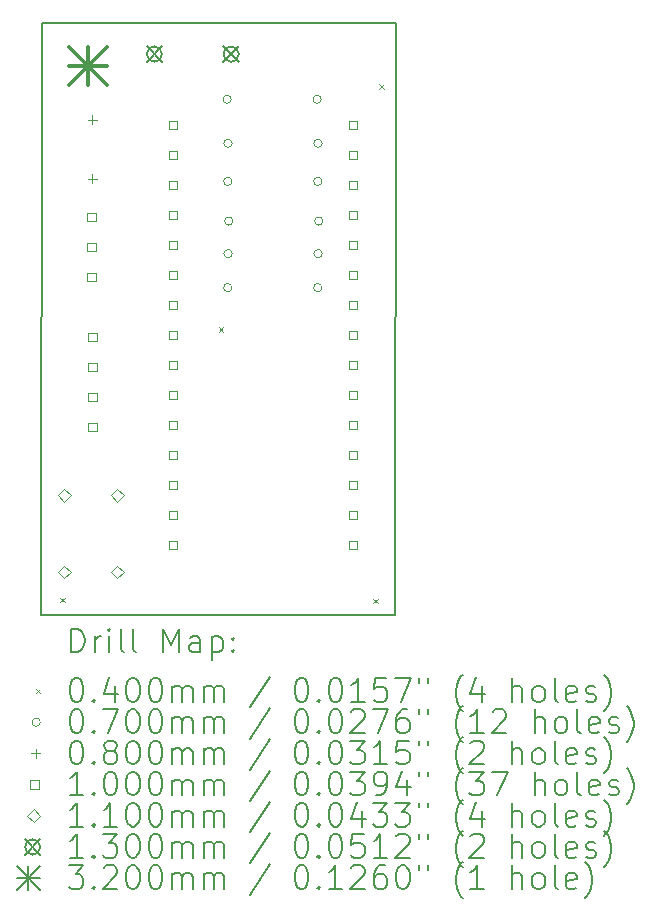
<source format=gbr>
%TF.GenerationSoftware,KiCad,Pcbnew,8.0.1*%
%TF.CreationDate,2024-04-05T21:52:12+02:00*%
%TF.ProjectId,LCRDT-Tester,4c435244-542d-4546-9573-7465722e6b69,0.31*%
%TF.SameCoordinates,PX57bafc0PY83cc3c0*%
%TF.FileFunction,Drillmap*%
%TF.FilePolarity,Positive*%
%FSLAX45Y45*%
G04 Gerber Fmt 4.5, Leading zero omitted, Abs format (unit mm)*
G04 Created by KiCad (PCBNEW 8.0.1) date 2024-04-05 21:52:12*
%MOMM*%
%LPD*%
G01*
G04 APERTURE LIST*
%ADD10C,0.150000*%
%ADD11C,0.200000*%
%ADD12C,0.100000*%
%ADD13C,0.110000*%
%ADD14C,0.130000*%
%ADD15C,0.320000*%
G04 APERTURE END LIST*
D10*
X3005200Y5008000D02*
X3000000Y0D01*
X6000Y5008000D02*
X3005200Y5008000D01*
X800Y0D02*
X6000Y5008000D01*
X3000000Y0D02*
X800Y0D01*
D11*
D12*
X159000Y142000D02*
X199000Y102000D01*
X199000Y142000D02*
X159000Y102000D01*
X1503000Y2435000D02*
X1543000Y2395000D01*
X1543000Y2435000D02*
X1503000Y2395000D01*
X2811000Y135000D02*
X2851000Y95000D01*
X2851000Y135000D02*
X2811000Y95000D01*
X2860800Y4489000D02*
X2900800Y4449000D01*
X2900800Y4489000D02*
X2860800Y4449000D01*
X1609800Y4362000D02*
G75*
G02*
X1539800Y4362000I-35000J0D01*
G01*
X1539800Y4362000D02*
G75*
G02*
X1609800Y4362000I35000J0D01*
G01*
X1615400Y3667000D02*
G75*
G02*
X1545400Y3667000I-35000J0D01*
G01*
X1545400Y3667000D02*
G75*
G02*
X1615400Y3667000I35000J0D01*
G01*
X1615400Y2768000D02*
G75*
G02*
X1545400Y2768000I-35000J0D01*
G01*
X1545400Y2768000D02*
G75*
G02*
X1615400Y2768000I35000J0D01*
G01*
X1617000Y3989000D02*
G75*
G02*
X1547000Y3989000I-35000J0D01*
G01*
X1547000Y3989000D02*
G75*
G02*
X1617000Y3989000I35000J0D01*
G01*
X1618450Y3056000D02*
G75*
G02*
X1548450Y3056000I-35000J0D01*
G01*
X1548450Y3056000D02*
G75*
G02*
X1618450Y3056000I35000J0D01*
G01*
X1623850Y3331000D02*
G75*
G02*
X1553850Y3331000I-35000J0D01*
G01*
X1553850Y3331000D02*
G75*
G02*
X1623850Y3331000I35000J0D01*
G01*
X2371800Y4362000D02*
G75*
G02*
X2301800Y4362000I-35000J0D01*
G01*
X2301800Y4362000D02*
G75*
G02*
X2371800Y4362000I35000J0D01*
G01*
X2377400Y3667000D02*
G75*
G02*
X2307400Y3667000I-35000J0D01*
G01*
X2307400Y3667000D02*
G75*
G02*
X2377400Y3667000I35000J0D01*
G01*
X2377400Y2768000D02*
G75*
G02*
X2307400Y2768000I-35000J0D01*
G01*
X2307400Y2768000D02*
G75*
G02*
X2377400Y2768000I35000J0D01*
G01*
X2379000Y3989000D02*
G75*
G02*
X2309000Y3989000I-35000J0D01*
G01*
X2309000Y3989000D02*
G75*
G02*
X2379000Y3989000I35000J0D01*
G01*
X2380450Y3056000D02*
G75*
G02*
X2310450Y3056000I-35000J0D01*
G01*
X2310450Y3056000D02*
G75*
G02*
X2380450Y3056000I35000J0D01*
G01*
X2385850Y3331000D02*
G75*
G02*
X2315850Y3331000I-35000J0D01*
G01*
X2315850Y3331000D02*
G75*
G02*
X2385850Y3331000I35000J0D01*
G01*
X435000Y4230000D02*
X435000Y4150000D01*
X395000Y4190000D02*
X475000Y4190000D01*
X435000Y3730000D02*
X435000Y3650000D01*
X395000Y3690000D02*
X475000Y3690000D01*
X462206Y3330644D02*
X462206Y3401356D01*
X391494Y3401356D01*
X391494Y3330644D01*
X462206Y3330644D01*
X462206Y3076644D02*
X462206Y3147356D01*
X391494Y3147356D01*
X391494Y3076644D01*
X462206Y3076644D01*
X462206Y2822644D02*
X462206Y2893356D01*
X391494Y2893356D01*
X391494Y2822644D01*
X462206Y2822644D01*
X470256Y2311644D02*
X470256Y2382356D01*
X399544Y2382356D01*
X399544Y2311644D01*
X470256Y2311644D01*
X470256Y2057644D02*
X470256Y2128356D01*
X399544Y2128356D01*
X399544Y2057644D01*
X470256Y2057644D01*
X470256Y1803644D02*
X470256Y1874356D01*
X399544Y1874356D01*
X399544Y1803644D01*
X470256Y1803644D01*
X470256Y1549644D02*
X470256Y1620356D01*
X399544Y1620356D01*
X399544Y1549644D01*
X470256Y1549644D01*
X1150156Y4110644D02*
X1150156Y4181356D01*
X1079444Y4181356D01*
X1079444Y4110644D01*
X1150156Y4110644D01*
X1150156Y3856644D02*
X1150156Y3927356D01*
X1079444Y3927356D01*
X1079444Y3856644D01*
X1150156Y3856644D01*
X1150156Y3602644D02*
X1150156Y3673356D01*
X1079444Y3673356D01*
X1079444Y3602644D01*
X1150156Y3602644D01*
X1150156Y3348644D02*
X1150156Y3419356D01*
X1079444Y3419356D01*
X1079444Y3348644D01*
X1150156Y3348644D01*
X1150156Y3094644D02*
X1150156Y3165356D01*
X1079444Y3165356D01*
X1079444Y3094644D01*
X1150156Y3094644D01*
X1150156Y2840644D02*
X1150156Y2911356D01*
X1079444Y2911356D01*
X1079444Y2840644D01*
X1150156Y2840644D01*
X1150156Y2586644D02*
X1150156Y2657356D01*
X1079444Y2657356D01*
X1079444Y2586644D01*
X1150156Y2586644D01*
X1150156Y2332644D02*
X1150156Y2403356D01*
X1079444Y2403356D01*
X1079444Y2332644D01*
X1150156Y2332644D01*
X1150156Y2078644D02*
X1150156Y2149356D01*
X1079444Y2149356D01*
X1079444Y2078644D01*
X1150156Y2078644D01*
X1150156Y1824644D02*
X1150156Y1895356D01*
X1079444Y1895356D01*
X1079444Y1824644D01*
X1150156Y1824644D01*
X1150156Y1570644D02*
X1150156Y1641356D01*
X1079444Y1641356D01*
X1079444Y1570644D01*
X1150156Y1570644D01*
X1150156Y1316644D02*
X1150156Y1387356D01*
X1079444Y1387356D01*
X1079444Y1316644D01*
X1150156Y1316644D01*
X1150156Y1062644D02*
X1150156Y1133356D01*
X1079444Y1133356D01*
X1079444Y1062644D01*
X1150156Y1062644D01*
X1150156Y808644D02*
X1150156Y879356D01*
X1079444Y879356D01*
X1079444Y808644D01*
X1150156Y808644D01*
X1150156Y554644D02*
X1150156Y625356D01*
X1079444Y625356D01*
X1079444Y554644D01*
X1150156Y554644D01*
X2674156Y4110644D02*
X2674156Y4181356D01*
X2603444Y4181356D01*
X2603444Y4110644D01*
X2674156Y4110644D01*
X2674156Y3856644D02*
X2674156Y3927356D01*
X2603444Y3927356D01*
X2603444Y3856644D01*
X2674156Y3856644D01*
X2674156Y3602644D02*
X2674156Y3673356D01*
X2603444Y3673356D01*
X2603444Y3602644D01*
X2674156Y3602644D01*
X2674156Y3348644D02*
X2674156Y3419356D01*
X2603444Y3419356D01*
X2603444Y3348644D01*
X2674156Y3348644D01*
X2674156Y3094644D02*
X2674156Y3165356D01*
X2603444Y3165356D01*
X2603444Y3094644D01*
X2674156Y3094644D01*
X2674156Y2840644D02*
X2674156Y2911356D01*
X2603444Y2911356D01*
X2603444Y2840644D01*
X2674156Y2840644D01*
X2674156Y2586644D02*
X2674156Y2657356D01*
X2603444Y2657356D01*
X2603444Y2586644D01*
X2674156Y2586644D01*
X2674156Y2332644D02*
X2674156Y2403356D01*
X2603444Y2403356D01*
X2603444Y2332644D01*
X2674156Y2332644D01*
X2674156Y2078644D02*
X2674156Y2149356D01*
X2603444Y2149356D01*
X2603444Y2078644D01*
X2674156Y2078644D01*
X2674156Y1824644D02*
X2674156Y1895356D01*
X2603444Y1895356D01*
X2603444Y1824644D01*
X2674156Y1824644D01*
X2674156Y1570644D02*
X2674156Y1641356D01*
X2603444Y1641356D01*
X2603444Y1570644D01*
X2674156Y1570644D01*
X2674156Y1316644D02*
X2674156Y1387356D01*
X2603444Y1387356D01*
X2603444Y1316644D01*
X2674156Y1316644D01*
X2674156Y1062644D02*
X2674156Y1133356D01*
X2603444Y1133356D01*
X2603444Y1062644D01*
X2674156Y1062644D01*
X2674156Y808644D02*
X2674156Y879356D01*
X2603444Y879356D01*
X2603444Y808644D01*
X2674156Y808644D01*
X2674156Y554644D02*
X2674156Y625356D01*
X2603444Y625356D01*
X2603444Y554644D01*
X2674156Y554644D01*
D13*
X195800Y955000D02*
X250800Y1010000D01*
X195800Y1065000D01*
X140800Y1010000D01*
X195800Y955000D01*
X195800Y305000D02*
X250800Y360000D01*
X195800Y415000D01*
X140800Y360000D01*
X195800Y305000D01*
X645800Y955000D02*
X700800Y1010000D01*
X645800Y1065000D01*
X590800Y1010000D01*
X645800Y955000D01*
X645800Y305000D02*
X700800Y360000D01*
X645800Y415000D01*
X590800Y360000D01*
X645800Y305000D01*
D14*
X893800Y4810000D02*
X1023800Y4680000D01*
X1023800Y4810000D02*
X893800Y4680000D01*
X1023800Y4745000D02*
G75*
G02*
X893800Y4745000I-65000J0D01*
G01*
X893800Y4745000D02*
G75*
G02*
X1023800Y4745000I65000J0D01*
G01*
X1543800Y4810000D02*
X1673800Y4680000D01*
X1673800Y4810000D02*
X1543800Y4680000D01*
X1673800Y4745000D02*
G75*
G02*
X1543800Y4745000I-65000J0D01*
G01*
X1543800Y4745000D02*
G75*
G02*
X1673800Y4745000I65000J0D01*
G01*
D15*
X234800Y4803000D02*
X554800Y4483000D01*
X554800Y4803000D02*
X234800Y4483000D01*
X394800Y4803000D02*
X394800Y4483000D01*
X234800Y4643000D02*
X554800Y4643000D01*
D11*
X254077Y-318984D02*
X254077Y-118984D01*
X254077Y-118984D02*
X301696Y-118984D01*
X301696Y-118984D02*
X330267Y-128508D01*
X330267Y-128508D02*
X349315Y-147555D01*
X349315Y-147555D02*
X358839Y-166603D01*
X358839Y-166603D02*
X368362Y-204698D01*
X368362Y-204698D02*
X368362Y-233269D01*
X368362Y-233269D02*
X358839Y-271365D01*
X358839Y-271365D02*
X349315Y-290412D01*
X349315Y-290412D02*
X330267Y-309460D01*
X330267Y-309460D02*
X301696Y-318984D01*
X301696Y-318984D02*
X254077Y-318984D01*
X454077Y-318984D02*
X454077Y-185650D01*
X454077Y-223746D02*
X463601Y-204698D01*
X463601Y-204698D02*
X473124Y-195174D01*
X473124Y-195174D02*
X492172Y-185650D01*
X492172Y-185650D02*
X511220Y-185650D01*
X577886Y-318984D02*
X577886Y-185650D01*
X577886Y-118984D02*
X568363Y-128508D01*
X568363Y-128508D02*
X577886Y-138031D01*
X577886Y-138031D02*
X587410Y-128508D01*
X587410Y-128508D02*
X577886Y-118984D01*
X577886Y-118984D02*
X577886Y-138031D01*
X701696Y-318984D02*
X682648Y-309460D01*
X682648Y-309460D02*
X673124Y-290412D01*
X673124Y-290412D02*
X673124Y-118984D01*
X806458Y-318984D02*
X787410Y-309460D01*
X787410Y-309460D02*
X777886Y-290412D01*
X777886Y-290412D02*
X777886Y-118984D01*
X1035029Y-318984D02*
X1035029Y-118984D01*
X1035029Y-118984D02*
X1101696Y-261841D01*
X1101696Y-261841D02*
X1168363Y-118984D01*
X1168363Y-118984D02*
X1168363Y-318984D01*
X1349315Y-318984D02*
X1349315Y-214222D01*
X1349315Y-214222D02*
X1339791Y-195174D01*
X1339791Y-195174D02*
X1320744Y-185650D01*
X1320744Y-185650D02*
X1282648Y-185650D01*
X1282648Y-185650D02*
X1263601Y-195174D01*
X1349315Y-309460D02*
X1330267Y-318984D01*
X1330267Y-318984D02*
X1282648Y-318984D01*
X1282648Y-318984D02*
X1263601Y-309460D01*
X1263601Y-309460D02*
X1254077Y-290412D01*
X1254077Y-290412D02*
X1254077Y-271365D01*
X1254077Y-271365D02*
X1263601Y-252317D01*
X1263601Y-252317D02*
X1282648Y-242793D01*
X1282648Y-242793D02*
X1330267Y-242793D01*
X1330267Y-242793D02*
X1349315Y-233269D01*
X1444553Y-185650D02*
X1444553Y-385650D01*
X1444553Y-195174D02*
X1463601Y-185650D01*
X1463601Y-185650D02*
X1501696Y-185650D01*
X1501696Y-185650D02*
X1520743Y-195174D01*
X1520743Y-195174D02*
X1530267Y-204698D01*
X1530267Y-204698D02*
X1539791Y-223746D01*
X1539791Y-223746D02*
X1539791Y-280889D01*
X1539791Y-280889D02*
X1530267Y-299936D01*
X1530267Y-299936D02*
X1520743Y-309460D01*
X1520743Y-309460D02*
X1501696Y-318984D01*
X1501696Y-318984D02*
X1463601Y-318984D01*
X1463601Y-318984D02*
X1444553Y-309460D01*
X1625505Y-299936D02*
X1635029Y-309460D01*
X1635029Y-309460D02*
X1625505Y-318984D01*
X1625505Y-318984D02*
X1615982Y-309460D01*
X1615982Y-309460D02*
X1625505Y-299936D01*
X1625505Y-299936D02*
X1625505Y-318984D01*
X1625505Y-195174D02*
X1635029Y-204698D01*
X1635029Y-204698D02*
X1625505Y-214222D01*
X1625505Y-214222D02*
X1615982Y-204698D01*
X1615982Y-204698D02*
X1625505Y-195174D01*
X1625505Y-195174D02*
X1625505Y-214222D01*
D12*
X-46700Y-627500D02*
X-6700Y-667500D01*
X-6700Y-627500D02*
X-46700Y-667500D01*
D11*
X292172Y-538984D02*
X311220Y-538984D01*
X311220Y-538984D02*
X330267Y-548508D01*
X330267Y-548508D02*
X339791Y-558031D01*
X339791Y-558031D02*
X349315Y-577079D01*
X349315Y-577079D02*
X358839Y-615174D01*
X358839Y-615174D02*
X358839Y-662793D01*
X358839Y-662793D02*
X349315Y-700888D01*
X349315Y-700888D02*
X339791Y-719936D01*
X339791Y-719936D02*
X330267Y-729460D01*
X330267Y-729460D02*
X311220Y-738984D01*
X311220Y-738984D02*
X292172Y-738984D01*
X292172Y-738984D02*
X273124Y-729460D01*
X273124Y-729460D02*
X263601Y-719936D01*
X263601Y-719936D02*
X254077Y-700888D01*
X254077Y-700888D02*
X244553Y-662793D01*
X244553Y-662793D02*
X244553Y-615174D01*
X244553Y-615174D02*
X254077Y-577079D01*
X254077Y-577079D02*
X263601Y-558031D01*
X263601Y-558031D02*
X273124Y-548508D01*
X273124Y-548508D02*
X292172Y-538984D01*
X444553Y-719936D02*
X454077Y-729460D01*
X454077Y-729460D02*
X444553Y-738984D01*
X444553Y-738984D02*
X435029Y-729460D01*
X435029Y-729460D02*
X444553Y-719936D01*
X444553Y-719936D02*
X444553Y-738984D01*
X625505Y-605650D02*
X625505Y-738984D01*
X577886Y-529460D02*
X530267Y-672317D01*
X530267Y-672317D02*
X654077Y-672317D01*
X768362Y-538984D02*
X787410Y-538984D01*
X787410Y-538984D02*
X806458Y-548508D01*
X806458Y-548508D02*
X815982Y-558031D01*
X815982Y-558031D02*
X825505Y-577079D01*
X825505Y-577079D02*
X835029Y-615174D01*
X835029Y-615174D02*
X835029Y-662793D01*
X835029Y-662793D02*
X825505Y-700888D01*
X825505Y-700888D02*
X815982Y-719936D01*
X815982Y-719936D02*
X806458Y-729460D01*
X806458Y-729460D02*
X787410Y-738984D01*
X787410Y-738984D02*
X768362Y-738984D01*
X768362Y-738984D02*
X749315Y-729460D01*
X749315Y-729460D02*
X739791Y-719936D01*
X739791Y-719936D02*
X730267Y-700888D01*
X730267Y-700888D02*
X720743Y-662793D01*
X720743Y-662793D02*
X720743Y-615174D01*
X720743Y-615174D02*
X730267Y-577079D01*
X730267Y-577079D02*
X739791Y-558031D01*
X739791Y-558031D02*
X749315Y-548508D01*
X749315Y-548508D02*
X768362Y-538984D01*
X958839Y-538984D02*
X977886Y-538984D01*
X977886Y-538984D02*
X996934Y-548508D01*
X996934Y-548508D02*
X1006458Y-558031D01*
X1006458Y-558031D02*
X1015982Y-577079D01*
X1015982Y-577079D02*
X1025505Y-615174D01*
X1025505Y-615174D02*
X1025505Y-662793D01*
X1025505Y-662793D02*
X1015982Y-700888D01*
X1015982Y-700888D02*
X1006458Y-719936D01*
X1006458Y-719936D02*
X996934Y-729460D01*
X996934Y-729460D02*
X977886Y-738984D01*
X977886Y-738984D02*
X958839Y-738984D01*
X958839Y-738984D02*
X939791Y-729460D01*
X939791Y-729460D02*
X930267Y-719936D01*
X930267Y-719936D02*
X920743Y-700888D01*
X920743Y-700888D02*
X911220Y-662793D01*
X911220Y-662793D02*
X911220Y-615174D01*
X911220Y-615174D02*
X920743Y-577079D01*
X920743Y-577079D02*
X930267Y-558031D01*
X930267Y-558031D02*
X939791Y-548508D01*
X939791Y-548508D02*
X958839Y-538984D01*
X1111220Y-738984D02*
X1111220Y-605650D01*
X1111220Y-624698D02*
X1120744Y-615174D01*
X1120744Y-615174D02*
X1139791Y-605650D01*
X1139791Y-605650D02*
X1168363Y-605650D01*
X1168363Y-605650D02*
X1187410Y-615174D01*
X1187410Y-615174D02*
X1196934Y-634222D01*
X1196934Y-634222D02*
X1196934Y-738984D01*
X1196934Y-634222D02*
X1206458Y-615174D01*
X1206458Y-615174D02*
X1225505Y-605650D01*
X1225505Y-605650D02*
X1254077Y-605650D01*
X1254077Y-605650D02*
X1273125Y-615174D01*
X1273125Y-615174D02*
X1282648Y-634222D01*
X1282648Y-634222D02*
X1282648Y-738984D01*
X1377886Y-738984D02*
X1377886Y-605650D01*
X1377886Y-624698D02*
X1387410Y-615174D01*
X1387410Y-615174D02*
X1406458Y-605650D01*
X1406458Y-605650D02*
X1435029Y-605650D01*
X1435029Y-605650D02*
X1454077Y-615174D01*
X1454077Y-615174D02*
X1463601Y-634222D01*
X1463601Y-634222D02*
X1463601Y-738984D01*
X1463601Y-634222D02*
X1473124Y-615174D01*
X1473124Y-615174D02*
X1492172Y-605650D01*
X1492172Y-605650D02*
X1520743Y-605650D01*
X1520743Y-605650D02*
X1539791Y-615174D01*
X1539791Y-615174D02*
X1549315Y-634222D01*
X1549315Y-634222D02*
X1549315Y-738984D01*
X1939791Y-529460D02*
X1768363Y-786603D01*
X2196934Y-538984D02*
X2215982Y-538984D01*
X2215982Y-538984D02*
X2235029Y-548508D01*
X2235029Y-548508D02*
X2244553Y-558031D01*
X2244553Y-558031D02*
X2254077Y-577079D01*
X2254077Y-577079D02*
X2263601Y-615174D01*
X2263601Y-615174D02*
X2263601Y-662793D01*
X2263601Y-662793D02*
X2254077Y-700888D01*
X2254077Y-700888D02*
X2244553Y-719936D01*
X2244553Y-719936D02*
X2235029Y-729460D01*
X2235029Y-729460D02*
X2215982Y-738984D01*
X2215982Y-738984D02*
X2196934Y-738984D01*
X2196934Y-738984D02*
X2177887Y-729460D01*
X2177887Y-729460D02*
X2168363Y-719936D01*
X2168363Y-719936D02*
X2158839Y-700888D01*
X2158839Y-700888D02*
X2149315Y-662793D01*
X2149315Y-662793D02*
X2149315Y-615174D01*
X2149315Y-615174D02*
X2158839Y-577079D01*
X2158839Y-577079D02*
X2168363Y-558031D01*
X2168363Y-558031D02*
X2177887Y-548508D01*
X2177887Y-548508D02*
X2196934Y-538984D01*
X2349315Y-719936D02*
X2358839Y-729460D01*
X2358839Y-729460D02*
X2349315Y-738984D01*
X2349315Y-738984D02*
X2339791Y-729460D01*
X2339791Y-729460D02*
X2349315Y-719936D01*
X2349315Y-719936D02*
X2349315Y-738984D01*
X2482648Y-538984D02*
X2501696Y-538984D01*
X2501696Y-538984D02*
X2520744Y-548508D01*
X2520744Y-548508D02*
X2530268Y-558031D01*
X2530268Y-558031D02*
X2539791Y-577079D01*
X2539791Y-577079D02*
X2549315Y-615174D01*
X2549315Y-615174D02*
X2549315Y-662793D01*
X2549315Y-662793D02*
X2539791Y-700888D01*
X2539791Y-700888D02*
X2530268Y-719936D01*
X2530268Y-719936D02*
X2520744Y-729460D01*
X2520744Y-729460D02*
X2501696Y-738984D01*
X2501696Y-738984D02*
X2482648Y-738984D01*
X2482648Y-738984D02*
X2463601Y-729460D01*
X2463601Y-729460D02*
X2454077Y-719936D01*
X2454077Y-719936D02*
X2444553Y-700888D01*
X2444553Y-700888D02*
X2435029Y-662793D01*
X2435029Y-662793D02*
X2435029Y-615174D01*
X2435029Y-615174D02*
X2444553Y-577079D01*
X2444553Y-577079D02*
X2454077Y-558031D01*
X2454077Y-558031D02*
X2463601Y-548508D01*
X2463601Y-548508D02*
X2482648Y-538984D01*
X2739791Y-738984D02*
X2625506Y-738984D01*
X2682648Y-738984D02*
X2682648Y-538984D01*
X2682648Y-538984D02*
X2663601Y-567555D01*
X2663601Y-567555D02*
X2644553Y-586603D01*
X2644553Y-586603D02*
X2625506Y-596127D01*
X2920744Y-538984D02*
X2825506Y-538984D01*
X2825506Y-538984D02*
X2815982Y-634222D01*
X2815982Y-634222D02*
X2825506Y-624698D01*
X2825506Y-624698D02*
X2844553Y-615174D01*
X2844553Y-615174D02*
X2892172Y-615174D01*
X2892172Y-615174D02*
X2911220Y-624698D01*
X2911220Y-624698D02*
X2920744Y-634222D01*
X2920744Y-634222D02*
X2930267Y-653270D01*
X2930267Y-653270D02*
X2930267Y-700888D01*
X2930267Y-700888D02*
X2920744Y-719936D01*
X2920744Y-719936D02*
X2911220Y-729460D01*
X2911220Y-729460D02*
X2892172Y-738984D01*
X2892172Y-738984D02*
X2844553Y-738984D01*
X2844553Y-738984D02*
X2825506Y-729460D01*
X2825506Y-729460D02*
X2815982Y-719936D01*
X2996934Y-538984D02*
X3130267Y-538984D01*
X3130267Y-538984D02*
X3044553Y-738984D01*
X3196934Y-538984D02*
X3196934Y-577079D01*
X3273125Y-538984D02*
X3273125Y-577079D01*
X3568363Y-815174D02*
X3558839Y-805650D01*
X3558839Y-805650D02*
X3539791Y-777079D01*
X3539791Y-777079D02*
X3530268Y-758031D01*
X3530268Y-758031D02*
X3520744Y-729460D01*
X3520744Y-729460D02*
X3511220Y-681841D01*
X3511220Y-681841D02*
X3511220Y-643746D01*
X3511220Y-643746D02*
X3520744Y-596127D01*
X3520744Y-596127D02*
X3530268Y-567555D01*
X3530268Y-567555D02*
X3539791Y-548508D01*
X3539791Y-548508D02*
X3558839Y-519936D01*
X3558839Y-519936D02*
X3568363Y-510412D01*
X3730268Y-605650D02*
X3730268Y-738984D01*
X3682648Y-529460D02*
X3635029Y-672317D01*
X3635029Y-672317D02*
X3758839Y-672317D01*
X3987410Y-738984D02*
X3987410Y-538984D01*
X4073125Y-738984D02*
X4073125Y-634222D01*
X4073125Y-634222D02*
X4063601Y-615174D01*
X4063601Y-615174D02*
X4044553Y-605650D01*
X4044553Y-605650D02*
X4015982Y-605650D01*
X4015982Y-605650D02*
X3996934Y-615174D01*
X3996934Y-615174D02*
X3987410Y-624698D01*
X4196934Y-738984D02*
X4177887Y-729460D01*
X4177887Y-729460D02*
X4168363Y-719936D01*
X4168363Y-719936D02*
X4158839Y-700888D01*
X4158839Y-700888D02*
X4158839Y-643746D01*
X4158839Y-643746D02*
X4168363Y-624698D01*
X4168363Y-624698D02*
X4177887Y-615174D01*
X4177887Y-615174D02*
X4196934Y-605650D01*
X4196934Y-605650D02*
X4225506Y-605650D01*
X4225506Y-605650D02*
X4244553Y-615174D01*
X4244553Y-615174D02*
X4254077Y-624698D01*
X4254077Y-624698D02*
X4263601Y-643746D01*
X4263601Y-643746D02*
X4263601Y-700888D01*
X4263601Y-700888D02*
X4254077Y-719936D01*
X4254077Y-719936D02*
X4244553Y-729460D01*
X4244553Y-729460D02*
X4225506Y-738984D01*
X4225506Y-738984D02*
X4196934Y-738984D01*
X4377887Y-738984D02*
X4358839Y-729460D01*
X4358839Y-729460D02*
X4349315Y-710412D01*
X4349315Y-710412D02*
X4349315Y-538984D01*
X4530268Y-729460D02*
X4511220Y-738984D01*
X4511220Y-738984D02*
X4473125Y-738984D01*
X4473125Y-738984D02*
X4454077Y-729460D01*
X4454077Y-729460D02*
X4444553Y-710412D01*
X4444553Y-710412D02*
X4444553Y-634222D01*
X4444553Y-634222D02*
X4454077Y-615174D01*
X4454077Y-615174D02*
X4473125Y-605650D01*
X4473125Y-605650D02*
X4511220Y-605650D01*
X4511220Y-605650D02*
X4530268Y-615174D01*
X4530268Y-615174D02*
X4539792Y-634222D01*
X4539792Y-634222D02*
X4539792Y-653270D01*
X4539792Y-653270D02*
X4444553Y-672317D01*
X4615982Y-729460D02*
X4635030Y-738984D01*
X4635030Y-738984D02*
X4673125Y-738984D01*
X4673125Y-738984D02*
X4692173Y-729460D01*
X4692173Y-729460D02*
X4701696Y-710412D01*
X4701696Y-710412D02*
X4701696Y-700888D01*
X4701696Y-700888D02*
X4692173Y-681841D01*
X4692173Y-681841D02*
X4673125Y-672317D01*
X4673125Y-672317D02*
X4644553Y-672317D01*
X4644553Y-672317D02*
X4625506Y-662793D01*
X4625506Y-662793D02*
X4615982Y-643746D01*
X4615982Y-643746D02*
X4615982Y-634222D01*
X4615982Y-634222D02*
X4625506Y-615174D01*
X4625506Y-615174D02*
X4644553Y-605650D01*
X4644553Y-605650D02*
X4673125Y-605650D01*
X4673125Y-605650D02*
X4692173Y-615174D01*
X4768363Y-815174D02*
X4777887Y-805650D01*
X4777887Y-805650D02*
X4796934Y-777079D01*
X4796934Y-777079D02*
X4806458Y-758031D01*
X4806458Y-758031D02*
X4815982Y-729460D01*
X4815982Y-729460D02*
X4825506Y-681841D01*
X4825506Y-681841D02*
X4825506Y-643746D01*
X4825506Y-643746D02*
X4815982Y-596127D01*
X4815982Y-596127D02*
X4806458Y-567555D01*
X4806458Y-567555D02*
X4796934Y-548508D01*
X4796934Y-548508D02*
X4777887Y-519936D01*
X4777887Y-519936D02*
X4768363Y-510412D01*
D12*
X-6700Y-911500D02*
G75*
G02*
X-76700Y-911500I-35000J0D01*
G01*
X-76700Y-911500D02*
G75*
G02*
X-6700Y-911500I35000J0D01*
G01*
D11*
X292172Y-802984D02*
X311220Y-802984D01*
X311220Y-802984D02*
X330267Y-812508D01*
X330267Y-812508D02*
X339791Y-822031D01*
X339791Y-822031D02*
X349315Y-841079D01*
X349315Y-841079D02*
X358839Y-879174D01*
X358839Y-879174D02*
X358839Y-926793D01*
X358839Y-926793D02*
X349315Y-964888D01*
X349315Y-964888D02*
X339791Y-983936D01*
X339791Y-983936D02*
X330267Y-993460D01*
X330267Y-993460D02*
X311220Y-1002984D01*
X311220Y-1002984D02*
X292172Y-1002984D01*
X292172Y-1002984D02*
X273124Y-993460D01*
X273124Y-993460D02*
X263601Y-983936D01*
X263601Y-983936D02*
X254077Y-964888D01*
X254077Y-964888D02*
X244553Y-926793D01*
X244553Y-926793D02*
X244553Y-879174D01*
X244553Y-879174D02*
X254077Y-841079D01*
X254077Y-841079D02*
X263601Y-822031D01*
X263601Y-822031D02*
X273124Y-812508D01*
X273124Y-812508D02*
X292172Y-802984D01*
X444553Y-983936D02*
X454077Y-993460D01*
X454077Y-993460D02*
X444553Y-1002984D01*
X444553Y-1002984D02*
X435029Y-993460D01*
X435029Y-993460D02*
X444553Y-983936D01*
X444553Y-983936D02*
X444553Y-1002984D01*
X520743Y-802984D02*
X654077Y-802984D01*
X654077Y-802984D02*
X568363Y-1002984D01*
X768362Y-802984D02*
X787410Y-802984D01*
X787410Y-802984D02*
X806458Y-812508D01*
X806458Y-812508D02*
X815982Y-822031D01*
X815982Y-822031D02*
X825505Y-841079D01*
X825505Y-841079D02*
X835029Y-879174D01*
X835029Y-879174D02*
X835029Y-926793D01*
X835029Y-926793D02*
X825505Y-964888D01*
X825505Y-964888D02*
X815982Y-983936D01*
X815982Y-983936D02*
X806458Y-993460D01*
X806458Y-993460D02*
X787410Y-1002984D01*
X787410Y-1002984D02*
X768362Y-1002984D01*
X768362Y-1002984D02*
X749315Y-993460D01*
X749315Y-993460D02*
X739791Y-983936D01*
X739791Y-983936D02*
X730267Y-964888D01*
X730267Y-964888D02*
X720743Y-926793D01*
X720743Y-926793D02*
X720743Y-879174D01*
X720743Y-879174D02*
X730267Y-841079D01*
X730267Y-841079D02*
X739791Y-822031D01*
X739791Y-822031D02*
X749315Y-812508D01*
X749315Y-812508D02*
X768362Y-802984D01*
X958839Y-802984D02*
X977886Y-802984D01*
X977886Y-802984D02*
X996934Y-812508D01*
X996934Y-812508D02*
X1006458Y-822031D01*
X1006458Y-822031D02*
X1015982Y-841079D01*
X1015982Y-841079D02*
X1025505Y-879174D01*
X1025505Y-879174D02*
X1025505Y-926793D01*
X1025505Y-926793D02*
X1015982Y-964888D01*
X1015982Y-964888D02*
X1006458Y-983936D01*
X1006458Y-983936D02*
X996934Y-993460D01*
X996934Y-993460D02*
X977886Y-1002984D01*
X977886Y-1002984D02*
X958839Y-1002984D01*
X958839Y-1002984D02*
X939791Y-993460D01*
X939791Y-993460D02*
X930267Y-983936D01*
X930267Y-983936D02*
X920743Y-964888D01*
X920743Y-964888D02*
X911220Y-926793D01*
X911220Y-926793D02*
X911220Y-879174D01*
X911220Y-879174D02*
X920743Y-841079D01*
X920743Y-841079D02*
X930267Y-822031D01*
X930267Y-822031D02*
X939791Y-812508D01*
X939791Y-812508D02*
X958839Y-802984D01*
X1111220Y-1002984D02*
X1111220Y-869650D01*
X1111220Y-888698D02*
X1120744Y-879174D01*
X1120744Y-879174D02*
X1139791Y-869650D01*
X1139791Y-869650D02*
X1168363Y-869650D01*
X1168363Y-869650D02*
X1187410Y-879174D01*
X1187410Y-879174D02*
X1196934Y-898222D01*
X1196934Y-898222D02*
X1196934Y-1002984D01*
X1196934Y-898222D02*
X1206458Y-879174D01*
X1206458Y-879174D02*
X1225505Y-869650D01*
X1225505Y-869650D02*
X1254077Y-869650D01*
X1254077Y-869650D02*
X1273125Y-879174D01*
X1273125Y-879174D02*
X1282648Y-898222D01*
X1282648Y-898222D02*
X1282648Y-1002984D01*
X1377886Y-1002984D02*
X1377886Y-869650D01*
X1377886Y-888698D02*
X1387410Y-879174D01*
X1387410Y-879174D02*
X1406458Y-869650D01*
X1406458Y-869650D02*
X1435029Y-869650D01*
X1435029Y-869650D02*
X1454077Y-879174D01*
X1454077Y-879174D02*
X1463601Y-898222D01*
X1463601Y-898222D02*
X1463601Y-1002984D01*
X1463601Y-898222D02*
X1473124Y-879174D01*
X1473124Y-879174D02*
X1492172Y-869650D01*
X1492172Y-869650D02*
X1520743Y-869650D01*
X1520743Y-869650D02*
X1539791Y-879174D01*
X1539791Y-879174D02*
X1549315Y-898222D01*
X1549315Y-898222D02*
X1549315Y-1002984D01*
X1939791Y-793460D02*
X1768363Y-1050603D01*
X2196934Y-802984D02*
X2215982Y-802984D01*
X2215982Y-802984D02*
X2235029Y-812508D01*
X2235029Y-812508D02*
X2244553Y-822031D01*
X2244553Y-822031D02*
X2254077Y-841079D01*
X2254077Y-841079D02*
X2263601Y-879174D01*
X2263601Y-879174D02*
X2263601Y-926793D01*
X2263601Y-926793D02*
X2254077Y-964888D01*
X2254077Y-964888D02*
X2244553Y-983936D01*
X2244553Y-983936D02*
X2235029Y-993460D01*
X2235029Y-993460D02*
X2215982Y-1002984D01*
X2215982Y-1002984D02*
X2196934Y-1002984D01*
X2196934Y-1002984D02*
X2177887Y-993460D01*
X2177887Y-993460D02*
X2168363Y-983936D01*
X2168363Y-983936D02*
X2158839Y-964888D01*
X2158839Y-964888D02*
X2149315Y-926793D01*
X2149315Y-926793D02*
X2149315Y-879174D01*
X2149315Y-879174D02*
X2158839Y-841079D01*
X2158839Y-841079D02*
X2168363Y-822031D01*
X2168363Y-822031D02*
X2177887Y-812508D01*
X2177887Y-812508D02*
X2196934Y-802984D01*
X2349315Y-983936D02*
X2358839Y-993460D01*
X2358839Y-993460D02*
X2349315Y-1002984D01*
X2349315Y-1002984D02*
X2339791Y-993460D01*
X2339791Y-993460D02*
X2349315Y-983936D01*
X2349315Y-983936D02*
X2349315Y-1002984D01*
X2482648Y-802984D02*
X2501696Y-802984D01*
X2501696Y-802984D02*
X2520744Y-812508D01*
X2520744Y-812508D02*
X2530268Y-822031D01*
X2530268Y-822031D02*
X2539791Y-841079D01*
X2539791Y-841079D02*
X2549315Y-879174D01*
X2549315Y-879174D02*
X2549315Y-926793D01*
X2549315Y-926793D02*
X2539791Y-964888D01*
X2539791Y-964888D02*
X2530268Y-983936D01*
X2530268Y-983936D02*
X2520744Y-993460D01*
X2520744Y-993460D02*
X2501696Y-1002984D01*
X2501696Y-1002984D02*
X2482648Y-1002984D01*
X2482648Y-1002984D02*
X2463601Y-993460D01*
X2463601Y-993460D02*
X2454077Y-983936D01*
X2454077Y-983936D02*
X2444553Y-964888D01*
X2444553Y-964888D02*
X2435029Y-926793D01*
X2435029Y-926793D02*
X2435029Y-879174D01*
X2435029Y-879174D02*
X2444553Y-841079D01*
X2444553Y-841079D02*
X2454077Y-822031D01*
X2454077Y-822031D02*
X2463601Y-812508D01*
X2463601Y-812508D02*
X2482648Y-802984D01*
X2625506Y-822031D02*
X2635029Y-812508D01*
X2635029Y-812508D02*
X2654077Y-802984D01*
X2654077Y-802984D02*
X2701696Y-802984D01*
X2701696Y-802984D02*
X2720744Y-812508D01*
X2720744Y-812508D02*
X2730268Y-822031D01*
X2730268Y-822031D02*
X2739791Y-841079D01*
X2739791Y-841079D02*
X2739791Y-860127D01*
X2739791Y-860127D02*
X2730268Y-888698D01*
X2730268Y-888698D02*
X2615982Y-1002984D01*
X2615982Y-1002984D02*
X2739791Y-1002984D01*
X2806458Y-802984D02*
X2939791Y-802984D01*
X2939791Y-802984D02*
X2854077Y-1002984D01*
X3101696Y-802984D02*
X3063601Y-802984D01*
X3063601Y-802984D02*
X3044553Y-812508D01*
X3044553Y-812508D02*
X3035029Y-822031D01*
X3035029Y-822031D02*
X3015982Y-850603D01*
X3015982Y-850603D02*
X3006458Y-888698D01*
X3006458Y-888698D02*
X3006458Y-964888D01*
X3006458Y-964888D02*
X3015982Y-983936D01*
X3015982Y-983936D02*
X3025506Y-993460D01*
X3025506Y-993460D02*
X3044553Y-1002984D01*
X3044553Y-1002984D02*
X3082648Y-1002984D01*
X3082648Y-1002984D02*
X3101696Y-993460D01*
X3101696Y-993460D02*
X3111220Y-983936D01*
X3111220Y-983936D02*
X3120744Y-964888D01*
X3120744Y-964888D02*
X3120744Y-917269D01*
X3120744Y-917269D02*
X3111220Y-898222D01*
X3111220Y-898222D02*
X3101696Y-888698D01*
X3101696Y-888698D02*
X3082648Y-879174D01*
X3082648Y-879174D02*
X3044553Y-879174D01*
X3044553Y-879174D02*
X3025506Y-888698D01*
X3025506Y-888698D02*
X3015982Y-898222D01*
X3015982Y-898222D02*
X3006458Y-917269D01*
X3196934Y-802984D02*
X3196934Y-841079D01*
X3273125Y-802984D02*
X3273125Y-841079D01*
X3568363Y-1079174D02*
X3558839Y-1069650D01*
X3558839Y-1069650D02*
X3539791Y-1041079D01*
X3539791Y-1041079D02*
X3530268Y-1022031D01*
X3530268Y-1022031D02*
X3520744Y-993460D01*
X3520744Y-993460D02*
X3511220Y-945841D01*
X3511220Y-945841D02*
X3511220Y-907746D01*
X3511220Y-907746D02*
X3520744Y-860127D01*
X3520744Y-860127D02*
X3530268Y-831555D01*
X3530268Y-831555D02*
X3539791Y-812508D01*
X3539791Y-812508D02*
X3558839Y-783936D01*
X3558839Y-783936D02*
X3568363Y-774412D01*
X3749315Y-1002984D02*
X3635029Y-1002984D01*
X3692172Y-1002984D02*
X3692172Y-802984D01*
X3692172Y-802984D02*
X3673125Y-831555D01*
X3673125Y-831555D02*
X3654077Y-850603D01*
X3654077Y-850603D02*
X3635029Y-860127D01*
X3825506Y-822031D02*
X3835029Y-812508D01*
X3835029Y-812508D02*
X3854077Y-802984D01*
X3854077Y-802984D02*
X3901696Y-802984D01*
X3901696Y-802984D02*
X3920744Y-812508D01*
X3920744Y-812508D02*
X3930268Y-822031D01*
X3930268Y-822031D02*
X3939791Y-841079D01*
X3939791Y-841079D02*
X3939791Y-860127D01*
X3939791Y-860127D02*
X3930268Y-888698D01*
X3930268Y-888698D02*
X3815982Y-1002984D01*
X3815982Y-1002984D02*
X3939791Y-1002984D01*
X4177887Y-1002984D02*
X4177887Y-802984D01*
X4263601Y-1002984D02*
X4263601Y-898222D01*
X4263601Y-898222D02*
X4254077Y-879174D01*
X4254077Y-879174D02*
X4235030Y-869650D01*
X4235030Y-869650D02*
X4206458Y-869650D01*
X4206458Y-869650D02*
X4187410Y-879174D01*
X4187410Y-879174D02*
X4177887Y-888698D01*
X4387411Y-1002984D02*
X4368363Y-993460D01*
X4368363Y-993460D02*
X4358839Y-983936D01*
X4358839Y-983936D02*
X4349315Y-964888D01*
X4349315Y-964888D02*
X4349315Y-907746D01*
X4349315Y-907746D02*
X4358839Y-888698D01*
X4358839Y-888698D02*
X4368363Y-879174D01*
X4368363Y-879174D02*
X4387411Y-869650D01*
X4387411Y-869650D02*
X4415982Y-869650D01*
X4415982Y-869650D02*
X4435030Y-879174D01*
X4435030Y-879174D02*
X4444553Y-888698D01*
X4444553Y-888698D02*
X4454077Y-907746D01*
X4454077Y-907746D02*
X4454077Y-964888D01*
X4454077Y-964888D02*
X4444553Y-983936D01*
X4444553Y-983936D02*
X4435030Y-993460D01*
X4435030Y-993460D02*
X4415982Y-1002984D01*
X4415982Y-1002984D02*
X4387411Y-1002984D01*
X4568363Y-1002984D02*
X4549315Y-993460D01*
X4549315Y-993460D02*
X4539792Y-974412D01*
X4539792Y-974412D02*
X4539792Y-802984D01*
X4720744Y-993460D02*
X4701696Y-1002984D01*
X4701696Y-1002984D02*
X4663601Y-1002984D01*
X4663601Y-1002984D02*
X4644553Y-993460D01*
X4644553Y-993460D02*
X4635030Y-974412D01*
X4635030Y-974412D02*
X4635030Y-898222D01*
X4635030Y-898222D02*
X4644553Y-879174D01*
X4644553Y-879174D02*
X4663601Y-869650D01*
X4663601Y-869650D02*
X4701696Y-869650D01*
X4701696Y-869650D02*
X4720744Y-879174D01*
X4720744Y-879174D02*
X4730268Y-898222D01*
X4730268Y-898222D02*
X4730268Y-917269D01*
X4730268Y-917269D02*
X4635030Y-936317D01*
X4806458Y-993460D02*
X4825506Y-1002984D01*
X4825506Y-1002984D02*
X4863601Y-1002984D01*
X4863601Y-1002984D02*
X4882649Y-993460D01*
X4882649Y-993460D02*
X4892173Y-974412D01*
X4892173Y-974412D02*
X4892173Y-964888D01*
X4892173Y-964888D02*
X4882649Y-945841D01*
X4882649Y-945841D02*
X4863601Y-936317D01*
X4863601Y-936317D02*
X4835030Y-936317D01*
X4835030Y-936317D02*
X4815982Y-926793D01*
X4815982Y-926793D02*
X4806458Y-907746D01*
X4806458Y-907746D02*
X4806458Y-898222D01*
X4806458Y-898222D02*
X4815982Y-879174D01*
X4815982Y-879174D02*
X4835030Y-869650D01*
X4835030Y-869650D02*
X4863601Y-869650D01*
X4863601Y-869650D02*
X4882649Y-879174D01*
X4958839Y-1079174D02*
X4968363Y-1069650D01*
X4968363Y-1069650D02*
X4987411Y-1041079D01*
X4987411Y-1041079D02*
X4996934Y-1022031D01*
X4996934Y-1022031D02*
X5006458Y-993460D01*
X5006458Y-993460D02*
X5015982Y-945841D01*
X5015982Y-945841D02*
X5015982Y-907746D01*
X5015982Y-907746D02*
X5006458Y-860127D01*
X5006458Y-860127D02*
X4996934Y-831555D01*
X4996934Y-831555D02*
X4987411Y-812508D01*
X4987411Y-812508D02*
X4968363Y-783936D01*
X4968363Y-783936D02*
X4958839Y-774412D01*
D12*
X-46700Y-1135500D02*
X-46700Y-1215500D01*
X-86700Y-1175500D02*
X-6700Y-1175500D01*
D11*
X292172Y-1066984D02*
X311220Y-1066984D01*
X311220Y-1066984D02*
X330267Y-1076508D01*
X330267Y-1076508D02*
X339791Y-1086031D01*
X339791Y-1086031D02*
X349315Y-1105079D01*
X349315Y-1105079D02*
X358839Y-1143174D01*
X358839Y-1143174D02*
X358839Y-1190793D01*
X358839Y-1190793D02*
X349315Y-1228889D01*
X349315Y-1228889D02*
X339791Y-1247936D01*
X339791Y-1247936D02*
X330267Y-1257460D01*
X330267Y-1257460D02*
X311220Y-1266984D01*
X311220Y-1266984D02*
X292172Y-1266984D01*
X292172Y-1266984D02*
X273124Y-1257460D01*
X273124Y-1257460D02*
X263601Y-1247936D01*
X263601Y-1247936D02*
X254077Y-1228889D01*
X254077Y-1228889D02*
X244553Y-1190793D01*
X244553Y-1190793D02*
X244553Y-1143174D01*
X244553Y-1143174D02*
X254077Y-1105079D01*
X254077Y-1105079D02*
X263601Y-1086031D01*
X263601Y-1086031D02*
X273124Y-1076508D01*
X273124Y-1076508D02*
X292172Y-1066984D01*
X444553Y-1247936D02*
X454077Y-1257460D01*
X454077Y-1257460D02*
X444553Y-1266984D01*
X444553Y-1266984D02*
X435029Y-1257460D01*
X435029Y-1257460D02*
X444553Y-1247936D01*
X444553Y-1247936D02*
X444553Y-1266984D01*
X568363Y-1152698D02*
X549315Y-1143174D01*
X549315Y-1143174D02*
X539791Y-1133650D01*
X539791Y-1133650D02*
X530267Y-1114603D01*
X530267Y-1114603D02*
X530267Y-1105079D01*
X530267Y-1105079D02*
X539791Y-1086031D01*
X539791Y-1086031D02*
X549315Y-1076508D01*
X549315Y-1076508D02*
X568363Y-1066984D01*
X568363Y-1066984D02*
X606458Y-1066984D01*
X606458Y-1066984D02*
X625505Y-1076508D01*
X625505Y-1076508D02*
X635029Y-1086031D01*
X635029Y-1086031D02*
X644553Y-1105079D01*
X644553Y-1105079D02*
X644553Y-1114603D01*
X644553Y-1114603D02*
X635029Y-1133650D01*
X635029Y-1133650D02*
X625505Y-1143174D01*
X625505Y-1143174D02*
X606458Y-1152698D01*
X606458Y-1152698D02*
X568363Y-1152698D01*
X568363Y-1152698D02*
X549315Y-1162222D01*
X549315Y-1162222D02*
X539791Y-1171746D01*
X539791Y-1171746D02*
X530267Y-1190793D01*
X530267Y-1190793D02*
X530267Y-1228889D01*
X530267Y-1228889D02*
X539791Y-1247936D01*
X539791Y-1247936D02*
X549315Y-1257460D01*
X549315Y-1257460D02*
X568363Y-1266984D01*
X568363Y-1266984D02*
X606458Y-1266984D01*
X606458Y-1266984D02*
X625505Y-1257460D01*
X625505Y-1257460D02*
X635029Y-1247936D01*
X635029Y-1247936D02*
X644553Y-1228889D01*
X644553Y-1228889D02*
X644553Y-1190793D01*
X644553Y-1190793D02*
X635029Y-1171746D01*
X635029Y-1171746D02*
X625505Y-1162222D01*
X625505Y-1162222D02*
X606458Y-1152698D01*
X768362Y-1066984D02*
X787410Y-1066984D01*
X787410Y-1066984D02*
X806458Y-1076508D01*
X806458Y-1076508D02*
X815982Y-1086031D01*
X815982Y-1086031D02*
X825505Y-1105079D01*
X825505Y-1105079D02*
X835029Y-1143174D01*
X835029Y-1143174D02*
X835029Y-1190793D01*
X835029Y-1190793D02*
X825505Y-1228889D01*
X825505Y-1228889D02*
X815982Y-1247936D01*
X815982Y-1247936D02*
X806458Y-1257460D01*
X806458Y-1257460D02*
X787410Y-1266984D01*
X787410Y-1266984D02*
X768362Y-1266984D01*
X768362Y-1266984D02*
X749315Y-1257460D01*
X749315Y-1257460D02*
X739791Y-1247936D01*
X739791Y-1247936D02*
X730267Y-1228889D01*
X730267Y-1228889D02*
X720743Y-1190793D01*
X720743Y-1190793D02*
X720743Y-1143174D01*
X720743Y-1143174D02*
X730267Y-1105079D01*
X730267Y-1105079D02*
X739791Y-1086031D01*
X739791Y-1086031D02*
X749315Y-1076508D01*
X749315Y-1076508D02*
X768362Y-1066984D01*
X958839Y-1066984D02*
X977886Y-1066984D01*
X977886Y-1066984D02*
X996934Y-1076508D01*
X996934Y-1076508D02*
X1006458Y-1086031D01*
X1006458Y-1086031D02*
X1015982Y-1105079D01*
X1015982Y-1105079D02*
X1025505Y-1143174D01*
X1025505Y-1143174D02*
X1025505Y-1190793D01*
X1025505Y-1190793D02*
X1015982Y-1228889D01*
X1015982Y-1228889D02*
X1006458Y-1247936D01*
X1006458Y-1247936D02*
X996934Y-1257460D01*
X996934Y-1257460D02*
X977886Y-1266984D01*
X977886Y-1266984D02*
X958839Y-1266984D01*
X958839Y-1266984D02*
X939791Y-1257460D01*
X939791Y-1257460D02*
X930267Y-1247936D01*
X930267Y-1247936D02*
X920743Y-1228889D01*
X920743Y-1228889D02*
X911220Y-1190793D01*
X911220Y-1190793D02*
X911220Y-1143174D01*
X911220Y-1143174D02*
X920743Y-1105079D01*
X920743Y-1105079D02*
X930267Y-1086031D01*
X930267Y-1086031D02*
X939791Y-1076508D01*
X939791Y-1076508D02*
X958839Y-1066984D01*
X1111220Y-1266984D02*
X1111220Y-1133650D01*
X1111220Y-1152698D02*
X1120744Y-1143174D01*
X1120744Y-1143174D02*
X1139791Y-1133650D01*
X1139791Y-1133650D02*
X1168363Y-1133650D01*
X1168363Y-1133650D02*
X1187410Y-1143174D01*
X1187410Y-1143174D02*
X1196934Y-1162222D01*
X1196934Y-1162222D02*
X1196934Y-1266984D01*
X1196934Y-1162222D02*
X1206458Y-1143174D01*
X1206458Y-1143174D02*
X1225505Y-1133650D01*
X1225505Y-1133650D02*
X1254077Y-1133650D01*
X1254077Y-1133650D02*
X1273125Y-1143174D01*
X1273125Y-1143174D02*
X1282648Y-1162222D01*
X1282648Y-1162222D02*
X1282648Y-1266984D01*
X1377886Y-1266984D02*
X1377886Y-1133650D01*
X1377886Y-1152698D02*
X1387410Y-1143174D01*
X1387410Y-1143174D02*
X1406458Y-1133650D01*
X1406458Y-1133650D02*
X1435029Y-1133650D01*
X1435029Y-1133650D02*
X1454077Y-1143174D01*
X1454077Y-1143174D02*
X1463601Y-1162222D01*
X1463601Y-1162222D02*
X1463601Y-1266984D01*
X1463601Y-1162222D02*
X1473124Y-1143174D01*
X1473124Y-1143174D02*
X1492172Y-1133650D01*
X1492172Y-1133650D02*
X1520743Y-1133650D01*
X1520743Y-1133650D02*
X1539791Y-1143174D01*
X1539791Y-1143174D02*
X1549315Y-1162222D01*
X1549315Y-1162222D02*
X1549315Y-1266984D01*
X1939791Y-1057460D02*
X1768363Y-1314603D01*
X2196934Y-1066984D02*
X2215982Y-1066984D01*
X2215982Y-1066984D02*
X2235029Y-1076508D01*
X2235029Y-1076508D02*
X2244553Y-1086031D01*
X2244553Y-1086031D02*
X2254077Y-1105079D01*
X2254077Y-1105079D02*
X2263601Y-1143174D01*
X2263601Y-1143174D02*
X2263601Y-1190793D01*
X2263601Y-1190793D02*
X2254077Y-1228889D01*
X2254077Y-1228889D02*
X2244553Y-1247936D01*
X2244553Y-1247936D02*
X2235029Y-1257460D01*
X2235029Y-1257460D02*
X2215982Y-1266984D01*
X2215982Y-1266984D02*
X2196934Y-1266984D01*
X2196934Y-1266984D02*
X2177887Y-1257460D01*
X2177887Y-1257460D02*
X2168363Y-1247936D01*
X2168363Y-1247936D02*
X2158839Y-1228889D01*
X2158839Y-1228889D02*
X2149315Y-1190793D01*
X2149315Y-1190793D02*
X2149315Y-1143174D01*
X2149315Y-1143174D02*
X2158839Y-1105079D01*
X2158839Y-1105079D02*
X2168363Y-1086031D01*
X2168363Y-1086031D02*
X2177887Y-1076508D01*
X2177887Y-1076508D02*
X2196934Y-1066984D01*
X2349315Y-1247936D02*
X2358839Y-1257460D01*
X2358839Y-1257460D02*
X2349315Y-1266984D01*
X2349315Y-1266984D02*
X2339791Y-1257460D01*
X2339791Y-1257460D02*
X2349315Y-1247936D01*
X2349315Y-1247936D02*
X2349315Y-1266984D01*
X2482648Y-1066984D02*
X2501696Y-1066984D01*
X2501696Y-1066984D02*
X2520744Y-1076508D01*
X2520744Y-1076508D02*
X2530268Y-1086031D01*
X2530268Y-1086031D02*
X2539791Y-1105079D01*
X2539791Y-1105079D02*
X2549315Y-1143174D01*
X2549315Y-1143174D02*
X2549315Y-1190793D01*
X2549315Y-1190793D02*
X2539791Y-1228889D01*
X2539791Y-1228889D02*
X2530268Y-1247936D01*
X2530268Y-1247936D02*
X2520744Y-1257460D01*
X2520744Y-1257460D02*
X2501696Y-1266984D01*
X2501696Y-1266984D02*
X2482648Y-1266984D01*
X2482648Y-1266984D02*
X2463601Y-1257460D01*
X2463601Y-1257460D02*
X2454077Y-1247936D01*
X2454077Y-1247936D02*
X2444553Y-1228889D01*
X2444553Y-1228889D02*
X2435029Y-1190793D01*
X2435029Y-1190793D02*
X2435029Y-1143174D01*
X2435029Y-1143174D02*
X2444553Y-1105079D01*
X2444553Y-1105079D02*
X2454077Y-1086031D01*
X2454077Y-1086031D02*
X2463601Y-1076508D01*
X2463601Y-1076508D02*
X2482648Y-1066984D01*
X2615982Y-1066984D02*
X2739791Y-1066984D01*
X2739791Y-1066984D02*
X2673125Y-1143174D01*
X2673125Y-1143174D02*
X2701696Y-1143174D01*
X2701696Y-1143174D02*
X2720744Y-1152698D01*
X2720744Y-1152698D02*
X2730268Y-1162222D01*
X2730268Y-1162222D02*
X2739791Y-1181270D01*
X2739791Y-1181270D02*
X2739791Y-1228889D01*
X2739791Y-1228889D02*
X2730268Y-1247936D01*
X2730268Y-1247936D02*
X2720744Y-1257460D01*
X2720744Y-1257460D02*
X2701696Y-1266984D01*
X2701696Y-1266984D02*
X2644553Y-1266984D01*
X2644553Y-1266984D02*
X2625506Y-1257460D01*
X2625506Y-1257460D02*
X2615982Y-1247936D01*
X2930267Y-1266984D02*
X2815982Y-1266984D01*
X2873125Y-1266984D02*
X2873125Y-1066984D01*
X2873125Y-1066984D02*
X2854077Y-1095555D01*
X2854077Y-1095555D02*
X2835029Y-1114603D01*
X2835029Y-1114603D02*
X2815982Y-1124127D01*
X3111220Y-1066984D02*
X3015982Y-1066984D01*
X3015982Y-1066984D02*
X3006458Y-1162222D01*
X3006458Y-1162222D02*
X3015982Y-1152698D01*
X3015982Y-1152698D02*
X3035029Y-1143174D01*
X3035029Y-1143174D02*
X3082648Y-1143174D01*
X3082648Y-1143174D02*
X3101696Y-1152698D01*
X3101696Y-1152698D02*
X3111220Y-1162222D01*
X3111220Y-1162222D02*
X3120744Y-1181270D01*
X3120744Y-1181270D02*
X3120744Y-1228889D01*
X3120744Y-1228889D02*
X3111220Y-1247936D01*
X3111220Y-1247936D02*
X3101696Y-1257460D01*
X3101696Y-1257460D02*
X3082648Y-1266984D01*
X3082648Y-1266984D02*
X3035029Y-1266984D01*
X3035029Y-1266984D02*
X3015982Y-1257460D01*
X3015982Y-1257460D02*
X3006458Y-1247936D01*
X3196934Y-1066984D02*
X3196934Y-1105079D01*
X3273125Y-1066984D02*
X3273125Y-1105079D01*
X3568363Y-1343174D02*
X3558839Y-1333650D01*
X3558839Y-1333650D02*
X3539791Y-1305079D01*
X3539791Y-1305079D02*
X3530268Y-1286031D01*
X3530268Y-1286031D02*
X3520744Y-1257460D01*
X3520744Y-1257460D02*
X3511220Y-1209841D01*
X3511220Y-1209841D02*
X3511220Y-1171746D01*
X3511220Y-1171746D02*
X3520744Y-1124127D01*
X3520744Y-1124127D02*
X3530268Y-1095555D01*
X3530268Y-1095555D02*
X3539791Y-1076508D01*
X3539791Y-1076508D02*
X3558839Y-1047936D01*
X3558839Y-1047936D02*
X3568363Y-1038412D01*
X3635029Y-1086031D02*
X3644553Y-1076508D01*
X3644553Y-1076508D02*
X3663601Y-1066984D01*
X3663601Y-1066984D02*
X3711220Y-1066984D01*
X3711220Y-1066984D02*
X3730268Y-1076508D01*
X3730268Y-1076508D02*
X3739791Y-1086031D01*
X3739791Y-1086031D02*
X3749315Y-1105079D01*
X3749315Y-1105079D02*
X3749315Y-1124127D01*
X3749315Y-1124127D02*
X3739791Y-1152698D01*
X3739791Y-1152698D02*
X3625506Y-1266984D01*
X3625506Y-1266984D02*
X3749315Y-1266984D01*
X3987410Y-1266984D02*
X3987410Y-1066984D01*
X4073125Y-1266984D02*
X4073125Y-1162222D01*
X4073125Y-1162222D02*
X4063601Y-1143174D01*
X4063601Y-1143174D02*
X4044553Y-1133650D01*
X4044553Y-1133650D02*
X4015982Y-1133650D01*
X4015982Y-1133650D02*
X3996934Y-1143174D01*
X3996934Y-1143174D02*
X3987410Y-1152698D01*
X4196934Y-1266984D02*
X4177887Y-1257460D01*
X4177887Y-1257460D02*
X4168363Y-1247936D01*
X4168363Y-1247936D02*
X4158839Y-1228889D01*
X4158839Y-1228889D02*
X4158839Y-1171746D01*
X4158839Y-1171746D02*
X4168363Y-1152698D01*
X4168363Y-1152698D02*
X4177887Y-1143174D01*
X4177887Y-1143174D02*
X4196934Y-1133650D01*
X4196934Y-1133650D02*
X4225506Y-1133650D01*
X4225506Y-1133650D02*
X4244553Y-1143174D01*
X4244553Y-1143174D02*
X4254077Y-1152698D01*
X4254077Y-1152698D02*
X4263601Y-1171746D01*
X4263601Y-1171746D02*
X4263601Y-1228889D01*
X4263601Y-1228889D02*
X4254077Y-1247936D01*
X4254077Y-1247936D02*
X4244553Y-1257460D01*
X4244553Y-1257460D02*
X4225506Y-1266984D01*
X4225506Y-1266984D02*
X4196934Y-1266984D01*
X4377887Y-1266984D02*
X4358839Y-1257460D01*
X4358839Y-1257460D02*
X4349315Y-1238412D01*
X4349315Y-1238412D02*
X4349315Y-1066984D01*
X4530268Y-1257460D02*
X4511220Y-1266984D01*
X4511220Y-1266984D02*
X4473125Y-1266984D01*
X4473125Y-1266984D02*
X4454077Y-1257460D01*
X4454077Y-1257460D02*
X4444553Y-1238412D01*
X4444553Y-1238412D02*
X4444553Y-1162222D01*
X4444553Y-1162222D02*
X4454077Y-1143174D01*
X4454077Y-1143174D02*
X4473125Y-1133650D01*
X4473125Y-1133650D02*
X4511220Y-1133650D01*
X4511220Y-1133650D02*
X4530268Y-1143174D01*
X4530268Y-1143174D02*
X4539792Y-1162222D01*
X4539792Y-1162222D02*
X4539792Y-1181270D01*
X4539792Y-1181270D02*
X4444553Y-1200317D01*
X4615982Y-1257460D02*
X4635030Y-1266984D01*
X4635030Y-1266984D02*
X4673125Y-1266984D01*
X4673125Y-1266984D02*
X4692173Y-1257460D01*
X4692173Y-1257460D02*
X4701696Y-1238412D01*
X4701696Y-1238412D02*
X4701696Y-1228889D01*
X4701696Y-1228889D02*
X4692173Y-1209841D01*
X4692173Y-1209841D02*
X4673125Y-1200317D01*
X4673125Y-1200317D02*
X4644553Y-1200317D01*
X4644553Y-1200317D02*
X4625506Y-1190793D01*
X4625506Y-1190793D02*
X4615982Y-1171746D01*
X4615982Y-1171746D02*
X4615982Y-1162222D01*
X4615982Y-1162222D02*
X4625506Y-1143174D01*
X4625506Y-1143174D02*
X4644553Y-1133650D01*
X4644553Y-1133650D02*
X4673125Y-1133650D01*
X4673125Y-1133650D02*
X4692173Y-1143174D01*
X4768363Y-1343174D02*
X4777887Y-1333650D01*
X4777887Y-1333650D02*
X4796934Y-1305079D01*
X4796934Y-1305079D02*
X4806458Y-1286031D01*
X4806458Y-1286031D02*
X4815982Y-1257460D01*
X4815982Y-1257460D02*
X4825506Y-1209841D01*
X4825506Y-1209841D02*
X4825506Y-1171746D01*
X4825506Y-1171746D02*
X4815982Y-1124127D01*
X4815982Y-1124127D02*
X4806458Y-1095555D01*
X4806458Y-1095555D02*
X4796934Y-1076508D01*
X4796934Y-1076508D02*
X4777887Y-1047936D01*
X4777887Y-1047936D02*
X4768363Y-1038412D01*
D12*
X-21344Y-1474856D02*
X-21344Y-1404144D01*
X-92056Y-1404144D01*
X-92056Y-1474856D01*
X-21344Y-1474856D01*
D11*
X358839Y-1530984D02*
X244553Y-1530984D01*
X301696Y-1530984D02*
X301696Y-1330984D01*
X301696Y-1330984D02*
X282648Y-1359555D01*
X282648Y-1359555D02*
X263601Y-1378603D01*
X263601Y-1378603D02*
X244553Y-1388127D01*
X444553Y-1511936D02*
X454077Y-1521460D01*
X454077Y-1521460D02*
X444553Y-1530984D01*
X444553Y-1530984D02*
X435029Y-1521460D01*
X435029Y-1521460D02*
X444553Y-1511936D01*
X444553Y-1511936D02*
X444553Y-1530984D01*
X577886Y-1330984D02*
X596934Y-1330984D01*
X596934Y-1330984D02*
X615982Y-1340508D01*
X615982Y-1340508D02*
X625505Y-1350031D01*
X625505Y-1350031D02*
X635029Y-1369079D01*
X635029Y-1369079D02*
X644553Y-1407174D01*
X644553Y-1407174D02*
X644553Y-1454793D01*
X644553Y-1454793D02*
X635029Y-1492888D01*
X635029Y-1492888D02*
X625505Y-1511936D01*
X625505Y-1511936D02*
X615982Y-1521460D01*
X615982Y-1521460D02*
X596934Y-1530984D01*
X596934Y-1530984D02*
X577886Y-1530984D01*
X577886Y-1530984D02*
X558839Y-1521460D01*
X558839Y-1521460D02*
X549315Y-1511936D01*
X549315Y-1511936D02*
X539791Y-1492888D01*
X539791Y-1492888D02*
X530267Y-1454793D01*
X530267Y-1454793D02*
X530267Y-1407174D01*
X530267Y-1407174D02*
X539791Y-1369079D01*
X539791Y-1369079D02*
X549315Y-1350031D01*
X549315Y-1350031D02*
X558839Y-1340508D01*
X558839Y-1340508D02*
X577886Y-1330984D01*
X768362Y-1330984D02*
X787410Y-1330984D01*
X787410Y-1330984D02*
X806458Y-1340508D01*
X806458Y-1340508D02*
X815982Y-1350031D01*
X815982Y-1350031D02*
X825505Y-1369079D01*
X825505Y-1369079D02*
X835029Y-1407174D01*
X835029Y-1407174D02*
X835029Y-1454793D01*
X835029Y-1454793D02*
X825505Y-1492888D01*
X825505Y-1492888D02*
X815982Y-1511936D01*
X815982Y-1511936D02*
X806458Y-1521460D01*
X806458Y-1521460D02*
X787410Y-1530984D01*
X787410Y-1530984D02*
X768362Y-1530984D01*
X768362Y-1530984D02*
X749315Y-1521460D01*
X749315Y-1521460D02*
X739791Y-1511936D01*
X739791Y-1511936D02*
X730267Y-1492888D01*
X730267Y-1492888D02*
X720743Y-1454793D01*
X720743Y-1454793D02*
X720743Y-1407174D01*
X720743Y-1407174D02*
X730267Y-1369079D01*
X730267Y-1369079D02*
X739791Y-1350031D01*
X739791Y-1350031D02*
X749315Y-1340508D01*
X749315Y-1340508D02*
X768362Y-1330984D01*
X958839Y-1330984D02*
X977886Y-1330984D01*
X977886Y-1330984D02*
X996934Y-1340508D01*
X996934Y-1340508D02*
X1006458Y-1350031D01*
X1006458Y-1350031D02*
X1015982Y-1369079D01*
X1015982Y-1369079D02*
X1025505Y-1407174D01*
X1025505Y-1407174D02*
X1025505Y-1454793D01*
X1025505Y-1454793D02*
X1015982Y-1492888D01*
X1015982Y-1492888D02*
X1006458Y-1511936D01*
X1006458Y-1511936D02*
X996934Y-1521460D01*
X996934Y-1521460D02*
X977886Y-1530984D01*
X977886Y-1530984D02*
X958839Y-1530984D01*
X958839Y-1530984D02*
X939791Y-1521460D01*
X939791Y-1521460D02*
X930267Y-1511936D01*
X930267Y-1511936D02*
X920743Y-1492888D01*
X920743Y-1492888D02*
X911220Y-1454793D01*
X911220Y-1454793D02*
X911220Y-1407174D01*
X911220Y-1407174D02*
X920743Y-1369079D01*
X920743Y-1369079D02*
X930267Y-1350031D01*
X930267Y-1350031D02*
X939791Y-1340508D01*
X939791Y-1340508D02*
X958839Y-1330984D01*
X1111220Y-1530984D02*
X1111220Y-1397650D01*
X1111220Y-1416698D02*
X1120744Y-1407174D01*
X1120744Y-1407174D02*
X1139791Y-1397650D01*
X1139791Y-1397650D02*
X1168363Y-1397650D01*
X1168363Y-1397650D02*
X1187410Y-1407174D01*
X1187410Y-1407174D02*
X1196934Y-1426222D01*
X1196934Y-1426222D02*
X1196934Y-1530984D01*
X1196934Y-1426222D02*
X1206458Y-1407174D01*
X1206458Y-1407174D02*
X1225505Y-1397650D01*
X1225505Y-1397650D02*
X1254077Y-1397650D01*
X1254077Y-1397650D02*
X1273125Y-1407174D01*
X1273125Y-1407174D02*
X1282648Y-1426222D01*
X1282648Y-1426222D02*
X1282648Y-1530984D01*
X1377886Y-1530984D02*
X1377886Y-1397650D01*
X1377886Y-1416698D02*
X1387410Y-1407174D01*
X1387410Y-1407174D02*
X1406458Y-1397650D01*
X1406458Y-1397650D02*
X1435029Y-1397650D01*
X1435029Y-1397650D02*
X1454077Y-1407174D01*
X1454077Y-1407174D02*
X1463601Y-1426222D01*
X1463601Y-1426222D02*
X1463601Y-1530984D01*
X1463601Y-1426222D02*
X1473124Y-1407174D01*
X1473124Y-1407174D02*
X1492172Y-1397650D01*
X1492172Y-1397650D02*
X1520743Y-1397650D01*
X1520743Y-1397650D02*
X1539791Y-1407174D01*
X1539791Y-1407174D02*
X1549315Y-1426222D01*
X1549315Y-1426222D02*
X1549315Y-1530984D01*
X1939791Y-1321460D02*
X1768363Y-1578603D01*
X2196934Y-1330984D02*
X2215982Y-1330984D01*
X2215982Y-1330984D02*
X2235029Y-1340508D01*
X2235029Y-1340508D02*
X2244553Y-1350031D01*
X2244553Y-1350031D02*
X2254077Y-1369079D01*
X2254077Y-1369079D02*
X2263601Y-1407174D01*
X2263601Y-1407174D02*
X2263601Y-1454793D01*
X2263601Y-1454793D02*
X2254077Y-1492888D01*
X2254077Y-1492888D02*
X2244553Y-1511936D01*
X2244553Y-1511936D02*
X2235029Y-1521460D01*
X2235029Y-1521460D02*
X2215982Y-1530984D01*
X2215982Y-1530984D02*
X2196934Y-1530984D01*
X2196934Y-1530984D02*
X2177887Y-1521460D01*
X2177887Y-1521460D02*
X2168363Y-1511936D01*
X2168363Y-1511936D02*
X2158839Y-1492888D01*
X2158839Y-1492888D02*
X2149315Y-1454793D01*
X2149315Y-1454793D02*
X2149315Y-1407174D01*
X2149315Y-1407174D02*
X2158839Y-1369079D01*
X2158839Y-1369079D02*
X2168363Y-1350031D01*
X2168363Y-1350031D02*
X2177887Y-1340508D01*
X2177887Y-1340508D02*
X2196934Y-1330984D01*
X2349315Y-1511936D02*
X2358839Y-1521460D01*
X2358839Y-1521460D02*
X2349315Y-1530984D01*
X2349315Y-1530984D02*
X2339791Y-1521460D01*
X2339791Y-1521460D02*
X2349315Y-1511936D01*
X2349315Y-1511936D02*
X2349315Y-1530984D01*
X2482648Y-1330984D02*
X2501696Y-1330984D01*
X2501696Y-1330984D02*
X2520744Y-1340508D01*
X2520744Y-1340508D02*
X2530268Y-1350031D01*
X2530268Y-1350031D02*
X2539791Y-1369079D01*
X2539791Y-1369079D02*
X2549315Y-1407174D01*
X2549315Y-1407174D02*
X2549315Y-1454793D01*
X2549315Y-1454793D02*
X2539791Y-1492888D01*
X2539791Y-1492888D02*
X2530268Y-1511936D01*
X2530268Y-1511936D02*
X2520744Y-1521460D01*
X2520744Y-1521460D02*
X2501696Y-1530984D01*
X2501696Y-1530984D02*
X2482648Y-1530984D01*
X2482648Y-1530984D02*
X2463601Y-1521460D01*
X2463601Y-1521460D02*
X2454077Y-1511936D01*
X2454077Y-1511936D02*
X2444553Y-1492888D01*
X2444553Y-1492888D02*
X2435029Y-1454793D01*
X2435029Y-1454793D02*
X2435029Y-1407174D01*
X2435029Y-1407174D02*
X2444553Y-1369079D01*
X2444553Y-1369079D02*
X2454077Y-1350031D01*
X2454077Y-1350031D02*
X2463601Y-1340508D01*
X2463601Y-1340508D02*
X2482648Y-1330984D01*
X2615982Y-1330984D02*
X2739791Y-1330984D01*
X2739791Y-1330984D02*
X2673125Y-1407174D01*
X2673125Y-1407174D02*
X2701696Y-1407174D01*
X2701696Y-1407174D02*
X2720744Y-1416698D01*
X2720744Y-1416698D02*
X2730268Y-1426222D01*
X2730268Y-1426222D02*
X2739791Y-1445269D01*
X2739791Y-1445269D02*
X2739791Y-1492888D01*
X2739791Y-1492888D02*
X2730268Y-1511936D01*
X2730268Y-1511936D02*
X2720744Y-1521460D01*
X2720744Y-1521460D02*
X2701696Y-1530984D01*
X2701696Y-1530984D02*
X2644553Y-1530984D01*
X2644553Y-1530984D02*
X2625506Y-1521460D01*
X2625506Y-1521460D02*
X2615982Y-1511936D01*
X2835029Y-1530984D02*
X2873125Y-1530984D01*
X2873125Y-1530984D02*
X2892172Y-1521460D01*
X2892172Y-1521460D02*
X2901696Y-1511936D01*
X2901696Y-1511936D02*
X2920744Y-1483365D01*
X2920744Y-1483365D02*
X2930267Y-1445269D01*
X2930267Y-1445269D02*
X2930267Y-1369079D01*
X2930267Y-1369079D02*
X2920744Y-1350031D01*
X2920744Y-1350031D02*
X2911220Y-1340508D01*
X2911220Y-1340508D02*
X2892172Y-1330984D01*
X2892172Y-1330984D02*
X2854077Y-1330984D01*
X2854077Y-1330984D02*
X2835029Y-1340508D01*
X2835029Y-1340508D02*
X2825506Y-1350031D01*
X2825506Y-1350031D02*
X2815982Y-1369079D01*
X2815982Y-1369079D02*
X2815982Y-1416698D01*
X2815982Y-1416698D02*
X2825506Y-1435746D01*
X2825506Y-1435746D02*
X2835029Y-1445269D01*
X2835029Y-1445269D02*
X2854077Y-1454793D01*
X2854077Y-1454793D02*
X2892172Y-1454793D01*
X2892172Y-1454793D02*
X2911220Y-1445269D01*
X2911220Y-1445269D02*
X2920744Y-1435746D01*
X2920744Y-1435746D02*
X2930267Y-1416698D01*
X3101696Y-1397650D02*
X3101696Y-1530984D01*
X3054077Y-1321460D02*
X3006458Y-1464317D01*
X3006458Y-1464317D02*
X3130267Y-1464317D01*
X3196934Y-1330984D02*
X3196934Y-1369079D01*
X3273125Y-1330984D02*
X3273125Y-1369079D01*
X3568363Y-1607174D02*
X3558839Y-1597650D01*
X3558839Y-1597650D02*
X3539791Y-1569079D01*
X3539791Y-1569079D02*
X3530268Y-1550031D01*
X3530268Y-1550031D02*
X3520744Y-1521460D01*
X3520744Y-1521460D02*
X3511220Y-1473841D01*
X3511220Y-1473841D02*
X3511220Y-1435746D01*
X3511220Y-1435746D02*
X3520744Y-1388127D01*
X3520744Y-1388127D02*
X3530268Y-1359555D01*
X3530268Y-1359555D02*
X3539791Y-1340508D01*
X3539791Y-1340508D02*
X3558839Y-1311936D01*
X3558839Y-1311936D02*
X3568363Y-1302412D01*
X3625506Y-1330984D02*
X3749315Y-1330984D01*
X3749315Y-1330984D02*
X3682648Y-1407174D01*
X3682648Y-1407174D02*
X3711220Y-1407174D01*
X3711220Y-1407174D02*
X3730268Y-1416698D01*
X3730268Y-1416698D02*
X3739791Y-1426222D01*
X3739791Y-1426222D02*
X3749315Y-1445269D01*
X3749315Y-1445269D02*
X3749315Y-1492888D01*
X3749315Y-1492888D02*
X3739791Y-1511936D01*
X3739791Y-1511936D02*
X3730268Y-1521460D01*
X3730268Y-1521460D02*
X3711220Y-1530984D01*
X3711220Y-1530984D02*
X3654077Y-1530984D01*
X3654077Y-1530984D02*
X3635029Y-1521460D01*
X3635029Y-1521460D02*
X3625506Y-1511936D01*
X3815982Y-1330984D02*
X3949315Y-1330984D01*
X3949315Y-1330984D02*
X3863601Y-1530984D01*
X4177887Y-1530984D02*
X4177887Y-1330984D01*
X4263601Y-1530984D02*
X4263601Y-1426222D01*
X4263601Y-1426222D02*
X4254077Y-1407174D01*
X4254077Y-1407174D02*
X4235030Y-1397650D01*
X4235030Y-1397650D02*
X4206458Y-1397650D01*
X4206458Y-1397650D02*
X4187410Y-1407174D01*
X4187410Y-1407174D02*
X4177887Y-1416698D01*
X4387411Y-1530984D02*
X4368363Y-1521460D01*
X4368363Y-1521460D02*
X4358839Y-1511936D01*
X4358839Y-1511936D02*
X4349315Y-1492888D01*
X4349315Y-1492888D02*
X4349315Y-1435746D01*
X4349315Y-1435746D02*
X4358839Y-1416698D01*
X4358839Y-1416698D02*
X4368363Y-1407174D01*
X4368363Y-1407174D02*
X4387411Y-1397650D01*
X4387411Y-1397650D02*
X4415982Y-1397650D01*
X4415982Y-1397650D02*
X4435030Y-1407174D01*
X4435030Y-1407174D02*
X4444553Y-1416698D01*
X4444553Y-1416698D02*
X4454077Y-1435746D01*
X4454077Y-1435746D02*
X4454077Y-1492888D01*
X4454077Y-1492888D02*
X4444553Y-1511936D01*
X4444553Y-1511936D02*
X4435030Y-1521460D01*
X4435030Y-1521460D02*
X4415982Y-1530984D01*
X4415982Y-1530984D02*
X4387411Y-1530984D01*
X4568363Y-1530984D02*
X4549315Y-1521460D01*
X4549315Y-1521460D02*
X4539792Y-1502412D01*
X4539792Y-1502412D02*
X4539792Y-1330984D01*
X4720744Y-1521460D02*
X4701696Y-1530984D01*
X4701696Y-1530984D02*
X4663601Y-1530984D01*
X4663601Y-1530984D02*
X4644553Y-1521460D01*
X4644553Y-1521460D02*
X4635030Y-1502412D01*
X4635030Y-1502412D02*
X4635030Y-1426222D01*
X4635030Y-1426222D02*
X4644553Y-1407174D01*
X4644553Y-1407174D02*
X4663601Y-1397650D01*
X4663601Y-1397650D02*
X4701696Y-1397650D01*
X4701696Y-1397650D02*
X4720744Y-1407174D01*
X4720744Y-1407174D02*
X4730268Y-1426222D01*
X4730268Y-1426222D02*
X4730268Y-1445269D01*
X4730268Y-1445269D02*
X4635030Y-1464317D01*
X4806458Y-1521460D02*
X4825506Y-1530984D01*
X4825506Y-1530984D02*
X4863601Y-1530984D01*
X4863601Y-1530984D02*
X4882649Y-1521460D01*
X4882649Y-1521460D02*
X4892173Y-1502412D01*
X4892173Y-1502412D02*
X4892173Y-1492888D01*
X4892173Y-1492888D02*
X4882649Y-1473841D01*
X4882649Y-1473841D02*
X4863601Y-1464317D01*
X4863601Y-1464317D02*
X4835030Y-1464317D01*
X4835030Y-1464317D02*
X4815982Y-1454793D01*
X4815982Y-1454793D02*
X4806458Y-1435746D01*
X4806458Y-1435746D02*
X4806458Y-1426222D01*
X4806458Y-1426222D02*
X4815982Y-1407174D01*
X4815982Y-1407174D02*
X4835030Y-1397650D01*
X4835030Y-1397650D02*
X4863601Y-1397650D01*
X4863601Y-1397650D02*
X4882649Y-1407174D01*
X4958839Y-1607174D02*
X4968363Y-1597650D01*
X4968363Y-1597650D02*
X4987411Y-1569079D01*
X4987411Y-1569079D02*
X4996934Y-1550031D01*
X4996934Y-1550031D02*
X5006458Y-1521460D01*
X5006458Y-1521460D02*
X5015982Y-1473841D01*
X5015982Y-1473841D02*
X5015982Y-1435746D01*
X5015982Y-1435746D02*
X5006458Y-1388127D01*
X5006458Y-1388127D02*
X4996934Y-1359555D01*
X4996934Y-1359555D02*
X4987411Y-1340508D01*
X4987411Y-1340508D02*
X4968363Y-1311936D01*
X4968363Y-1311936D02*
X4958839Y-1302412D01*
D13*
X-61700Y-1758500D02*
X-6700Y-1703500D01*
X-61700Y-1648500D01*
X-116700Y-1703500D01*
X-61700Y-1758500D01*
D11*
X358839Y-1794984D02*
X244553Y-1794984D01*
X301696Y-1794984D02*
X301696Y-1594984D01*
X301696Y-1594984D02*
X282648Y-1623555D01*
X282648Y-1623555D02*
X263601Y-1642603D01*
X263601Y-1642603D02*
X244553Y-1652127D01*
X444553Y-1775936D02*
X454077Y-1785460D01*
X454077Y-1785460D02*
X444553Y-1794984D01*
X444553Y-1794984D02*
X435029Y-1785460D01*
X435029Y-1785460D02*
X444553Y-1775936D01*
X444553Y-1775936D02*
X444553Y-1794984D01*
X644553Y-1794984D02*
X530267Y-1794984D01*
X587410Y-1794984D02*
X587410Y-1594984D01*
X587410Y-1594984D02*
X568363Y-1623555D01*
X568363Y-1623555D02*
X549315Y-1642603D01*
X549315Y-1642603D02*
X530267Y-1652127D01*
X768362Y-1594984D02*
X787410Y-1594984D01*
X787410Y-1594984D02*
X806458Y-1604508D01*
X806458Y-1604508D02*
X815982Y-1614031D01*
X815982Y-1614031D02*
X825505Y-1633079D01*
X825505Y-1633079D02*
X835029Y-1671174D01*
X835029Y-1671174D02*
X835029Y-1718793D01*
X835029Y-1718793D02*
X825505Y-1756888D01*
X825505Y-1756888D02*
X815982Y-1775936D01*
X815982Y-1775936D02*
X806458Y-1785460D01*
X806458Y-1785460D02*
X787410Y-1794984D01*
X787410Y-1794984D02*
X768362Y-1794984D01*
X768362Y-1794984D02*
X749315Y-1785460D01*
X749315Y-1785460D02*
X739791Y-1775936D01*
X739791Y-1775936D02*
X730267Y-1756888D01*
X730267Y-1756888D02*
X720743Y-1718793D01*
X720743Y-1718793D02*
X720743Y-1671174D01*
X720743Y-1671174D02*
X730267Y-1633079D01*
X730267Y-1633079D02*
X739791Y-1614031D01*
X739791Y-1614031D02*
X749315Y-1604508D01*
X749315Y-1604508D02*
X768362Y-1594984D01*
X958839Y-1594984D02*
X977886Y-1594984D01*
X977886Y-1594984D02*
X996934Y-1604508D01*
X996934Y-1604508D02*
X1006458Y-1614031D01*
X1006458Y-1614031D02*
X1015982Y-1633079D01*
X1015982Y-1633079D02*
X1025505Y-1671174D01*
X1025505Y-1671174D02*
X1025505Y-1718793D01*
X1025505Y-1718793D02*
X1015982Y-1756888D01*
X1015982Y-1756888D02*
X1006458Y-1775936D01*
X1006458Y-1775936D02*
X996934Y-1785460D01*
X996934Y-1785460D02*
X977886Y-1794984D01*
X977886Y-1794984D02*
X958839Y-1794984D01*
X958839Y-1794984D02*
X939791Y-1785460D01*
X939791Y-1785460D02*
X930267Y-1775936D01*
X930267Y-1775936D02*
X920743Y-1756888D01*
X920743Y-1756888D02*
X911220Y-1718793D01*
X911220Y-1718793D02*
X911220Y-1671174D01*
X911220Y-1671174D02*
X920743Y-1633079D01*
X920743Y-1633079D02*
X930267Y-1614031D01*
X930267Y-1614031D02*
X939791Y-1604508D01*
X939791Y-1604508D02*
X958839Y-1594984D01*
X1111220Y-1794984D02*
X1111220Y-1661650D01*
X1111220Y-1680698D02*
X1120744Y-1671174D01*
X1120744Y-1671174D02*
X1139791Y-1661650D01*
X1139791Y-1661650D02*
X1168363Y-1661650D01*
X1168363Y-1661650D02*
X1187410Y-1671174D01*
X1187410Y-1671174D02*
X1196934Y-1690222D01*
X1196934Y-1690222D02*
X1196934Y-1794984D01*
X1196934Y-1690222D02*
X1206458Y-1671174D01*
X1206458Y-1671174D02*
X1225505Y-1661650D01*
X1225505Y-1661650D02*
X1254077Y-1661650D01*
X1254077Y-1661650D02*
X1273125Y-1671174D01*
X1273125Y-1671174D02*
X1282648Y-1690222D01*
X1282648Y-1690222D02*
X1282648Y-1794984D01*
X1377886Y-1794984D02*
X1377886Y-1661650D01*
X1377886Y-1680698D02*
X1387410Y-1671174D01*
X1387410Y-1671174D02*
X1406458Y-1661650D01*
X1406458Y-1661650D02*
X1435029Y-1661650D01*
X1435029Y-1661650D02*
X1454077Y-1671174D01*
X1454077Y-1671174D02*
X1463601Y-1690222D01*
X1463601Y-1690222D02*
X1463601Y-1794984D01*
X1463601Y-1690222D02*
X1473124Y-1671174D01*
X1473124Y-1671174D02*
X1492172Y-1661650D01*
X1492172Y-1661650D02*
X1520743Y-1661650D01*
X1520743Y-1661650D02*
X1539791Y-1671174D01*
X1539791Y-1671174D02*
X1549315Y-1690222D01*
X1549315Y-1690222D02*
X1549315Y-1794984D01*
X1939791Y-1585460D02*
X1768363Y-1842603D01*
X2196934Y-1594984D02*
X2215982Y-1594984D01*
X2215982Y-1594984D02*
X2235029Y-1604508D01*
X2235029Y-1604508D02*
X2244553Y-1614031D01*
X2244553Y-1614031D02*
X2254077Y-1633079D01*
X2254077Y-1633079D02*
X2263601Y-1671174D01*
X2263601Y-1671174D02*
X2263601Y-1718793D01*
X2263601Y-1718793D02*
X2254077Y-1756888D01*
X2254077Y-1756888D02*
X2244553Y-1775936D01*
X2244553Y-1775936D02*
X2235029Y-1785460D01*
X2235029Y-1785460D02*
X2215982Y-1794984D01*
X2215982Y-1794984D02*
X2196934Y-1794984D01*
X2196934Y-1794984D02*
X2177887Y-1785460D01*
X2177887Y-1785460D02*
X2168363Y-1775936D01*
X2168363Y-1775936D02*
X2158839Y-1756888D01*
X2158839Y-1756888D02*
X2149315Y-1718793D01*
X2149315Y-1718793D02*
X2149315Y-1671174D01*
X2149315Y-1671174D02*
X2158839Y-1633079D01*
X2158839Y-1633079D02*
X2168363Y-1614031D01*
X2168363Y-1614031D02*
X2177887Y-1604508D01*
X2177887Y-1604508D02*
X2196934Y-1594984D01*
X2349315Y-1775936D02*
X2358839Y-1785460D01*
X2358839Y-1785460D02*
X2349315Y-1794984D01*
X2349315Y-1794984D02*
X2339791Y-1785460D01*
X2339791Y-1785460D02*
X2349315Y-1775936D01*
X2349315Y-1775936D02*
X2349315Y-1794984D01*
X2482648Y-1594984D02*
X2501696Y-1594984D01*
X2501696Y-1594984D02*
X2520744Y-1604508D01*
X2520744Y-1604508D02*
X2530268Y-1614031D01*
X2530268Y-1614031D02*
X2539791Y-1633079D01*
X2539791Y-1633079D02*
X2549315Y-1671174D01*
X2549315Y-1671174D02*
X2549315Y-1718793D01*
X2549315Y-1718793D02*
X2539791Y-1756888D01*
X2539791Y-1756888D02*
X2530268Y-1775936D01*
X2530268Y-1775936D02*
X2520744Y-1785460D01*
X2520744Y-1785460D02*
X2501696Y-1794984D01*
X2501696Y-1794984D02*
X2482648Y-1794984D01*
X2482648Y-1794984D02*
X2463601Y-1785460D01*
X2463601Y-1785460D02*
X2454077Y-1775936D01*
X2454077Y-1775936D02*
X2444553Y-1756888D01*
X2444553Y-1756888D02*
X2435029Y-1718793D01*
X2435029Y-1718793D02*
X2435029Y-1671174D01*
X2435029Y-1671174D02*
X2444553Y-1633079D01*
X2444553Y-1633079D02*
X2454077Y-1614031D01*
X2454077Y-1614031D02*
X2463601Y-1604508D01*
X2463601Y-1604508D02*
X2482648Y-1594984D01*
X2720744Y-1661650D02*
X2720744Y-1794984D01*
X2673125Y-1585460D02*
X2625506Y-1728317D01*
X2625506Y-1728317D02*
X2749315Y-1728317D01*
X2806458Y-1594984D02*
X2930267Y-1594984D01*
X2930267Y-1594984D02*
X2863601Y-1671174D01*
X2863601Y-1671174D02*
X2892172Y-1671174D01*
X2892172Y-1671174D02*
X2911220Y-1680698D01*
X2911220Y-1680698D02*
X2920744Y-1690222D01*
X2920744Y-1690222D02*
X2930267Y-1709269D01*
X2930267Y-1709269D02*
X2930267Y-1756888D01*
X2930267Y-1756888D02*
X2920744Y-1775936D01*
X2920744Y-1775936D02*
X2911220Y-1785460D01*
X2911220Y-1785460D02*
X2892172Y-1794984D01*
X2892172Y-1794984D02*
X2835029Y-1794984D01*
X2835029Y-1794984D02*
X2815982Y-1785460D01*
X2815982Y-1785460D02*
X2806458Y-1775936D01*
X2996934Y-1594984D02*
X3120744Y-1594984D01*
X3120744Y-1594984D02*
X3054077Y-1671174D01*
X3054077Y-1671174D02*
X3082648Y-1671174D01*
X3082648Y-1671174D02*
X3101696Y-1680698D01*
X3101696Y-1680698D02*
X3111220Y-1690222D01*
X3111220Y-1690222D02*
X3120744Y-1709269D01*
X3120744Y-1709269D02*
X3120744Y-1756888D01*
X3120744Y-1756888D02*
X3111220Y-1775936D01*
X3111220Y-1775936D02*
X3101696Y-1785460D01*
X3101696Y-1785460D02*
X3082648Y-1794984D01*
X3082648Y-1794984D02*
X3025506Y-1794984D01*
X3025506Y-1794984D02*
X3006458Y-1785460D01*
X3006458Y-1785460D02*
X2996934Y-1775936D01*
X3196934Y-1594984D02*
X3196934Y-1633079D01*
X3273125Y-1594984D02*
X3273125Y-1633079D01*
X3568363Y-1871174D02*
X3558839Y-1861650D01*
X3558839Y-1861650D02*
X3539791Y-1833079D01*
X3539791Y-1833079D02*
X3530268Y-1814031D01*
X3530268Y-1814031D02*
X3520744Y-1785460D01*
X3520744Y-1785460D02*
X3511220Y-1737841D01*
X3511220Y-1737841D02*
X3511220Y-1699746D01*
X3511220Y-1699746D02*
X3520744Y-1652127D01*
X3520744Y-1652127D02*
X3530268Y-1623555D01*
X3530268Y-1623555D02*
X3539791Y-1604508D01*
X3539791Y-1604508D02*
X3558839Y-1575936D01*
X3558839Y-1575936D02*
X3568363Y-1566412D01*
X3730268Y-1661650D02*
X3730268Y-1794984D01*
X3682648Y-1585460D02*
X3635029Y-1728317D01*
X3635029Y-1728317D02*
X3758839Y-1728317D01*
X3987410Y-1794984D02*
X3987410Y-1594984D01*
X4073125Y-1794984D02*
X4073125Y-1690222D01*
X4073125Y-1690222D02*
X4063601Y-1671174D01*
X4063601Y-1671174D02*
X4044553Y-1661650D01*
X4044553Y-1661650D02*
X4015982Y-1661650D01*
X4015982Y-1661650D02*
X3996934Y-1671174D01*
X3996934Y-1671174D02*
X3987410Y-1680698D01*
X4196934Y-1794984D02*
X4177887Y-1785460D01*
X4177887Y-1785460D02*
X4168363Y-1775936D01*
X4168363Y-1775936D02*
X4158839Y-1756888D01*
X4158839Y-1756888D02*
X4158839Y-1699746D01*
X4158839Y-1699746D02*
X4168363Y-1680698D01*
X4168363Y-1680698D02*
X4177887Y-1671174D01*
X4177887Y-1671174D02*
X4196934Y-1661650D01*
X4196934Y-1661650D02*
X4225506Y-1661650D01*
X4225506Y-1661650D02*
X4244553Y-1671174D01*
X4244553Y-1671174D02*
X4254077Y-1680698D01*
X4254077Y-1680698D02*
X4263601Y-1699746D01*
X4263601Y-1699746D02*
X4263601Y-1756888D01*
X4263601Y-1756888D02*
X4254077Y-1775936D01*
X4254077Y-1775936D02*
X4244553Y-1785460D01*
X4244553Y-1785460D02*
X4225506Y-1794984D01*
X4225506Y-1794984D02*
X4196934Y-1794984D01*
X4377887Y-1794984D02*
X4358839Y-1785460D01*
X4358839Y-1785460D02*
X4349315Y-1766412D01*
X4349315Y-1766412D02*
X4349315Y-1594984D01*
X4530268Y-1785460D02*
X4511220Y-1794984D01*
X4511220Y-1794984D02*
X4473125Y-1794984D01*
X4473125Y-1794984D02*
X4454077Y-1785460D01*
X4454077Y-1785460D02*
X4444553Y-1766412D01*
X4444553Y-1766412D02*
X4444553Y-1690222D01*
X4444553Y-1690222D02*
X4454077Y-1671174D01*
X4454077Y-1671174D02*
X4473125Y-1661650D01*
X4473125Y-1661650D02*
X4511220Y-1661650D01*
X4511220Y-1661650D02*
X4530268Y-1671174D01*
X4530268Y-1671174D02*
X4539792Y-1690222D01*
X4539792Y-1690222D02*
X4539792Y-1709269D01*
X4539792Y-1709269D02*
X4444553Y-1728317D01*
X4615982Y-1785460D02*
X4635030Y-1794984D01*
X4635030Y-1794984D02*
X4673125Y-1794984D01*
X4673125Y-1794984D02*
X4692173Y-1785460D01*
X4692173Y-1785460D02*
X4701696Y-1766412D01*
X4701696Y-1766412D02*
X4701696Y-1756888D01*
X4701696Y-1756888D02*
X4692173Y-1737841D01*
X4692173Y-1737841D02*
X4673125Y-1728317D01*
X4673125Y-1728317D02*
X4644553Y-1728317D01*
X4644553Y-1728317D02*
X4625506Y-1718793D01*
X4625506Y-1718793D02*
X4615982Y-1699746D01*
X4615982Y-1699746D02*
X4615982Y-1690222D01*
X4615982Y-1690222D02*
X4625506Y-1671174D01*
X4625506Y-1671174D02*
X4644553Y-1661650D01*
X4644553Y-1661650D02*
X4673125Y-1661650D01*
X4673125Y-1661650D02*
X4692173Y-1671174D01*
X4768363Y-1871174D02*
X4777887Y-1861650D01*
X4777887Y-1861650D02*
X4796934Y-1833079D01*
X4796934Y-1833079D02*
X4806458Y-1814031D01*
X4806458Y-1814031D02*
X4815982Y-1785460D01*
X4815982Y-1785460D02*
X4825506Y-1737841D01*
X4825506Y-1737841D02*
X4825506Y-1699746D01*
X4825506Y-1699746D02*
X4815982Y-1652127D01*
X4815982Y-1652127D02*
X4806458Y-1623555D01*
X4806458Y-1623555D02*
X4796934Y-1604508D01*
X4796934Y-1604508D02*
X4777887Y-1575936D01*
X4777887Y-1575936D02*
X4768363Y-1566412D01*
D14*
X-136700Y-1902500D02*
X-6700Y-2032500D01*
X-6700Y-1902500D02*
X-136700Y-2032500D01*
X-6700Y-1967500D02*
G75*
G02*
X-136700Y-1967500I-65000J0D01*
G01*
X-136700Y-1967500D02*
G75*
G02*
X-6700Y-1967500I65000J0D01*
G01*
D11*
X358839Y-2058984D02*
X244553Y-2058984D01*
X301696Y-2058984D02*
X301696Y-1858984D01*
X301696Y-1858984D02*
X282648Y-1887555D01*
X282648Y-1887555D02*
X263601Y-1906603D01*
X263601Y-1906603D02*
X244553Y-1916127D01*
X444553Y-2039936D02*
X454077Y-2049460D01*
X454077Y-2049460D02*
X444553Y-2058984D01*
X444553Y-2058984D02*
X435029Y-2049460D01*
X435029Y-2049460D02*
X444553Y-2039936D01*
X444553Y-2039936D02*
X444553Y-2058984D01*
X520743Y-1858984D02*
X644553Y-1858984D01*
X644553Y-1858984D02*
X577886Y-1935174D01*
X577886Y-1935174D02*
X606458Y-1935174D01*
X606458Y-1935174D02*
X625505Y-1944698D01*
X625505Y-1944698D02*
X635029Y-1954222D01*
X635029Y-1954222D02*
X644553Y-1973269D01*
X644553Y-1973269D02*
X644553Y-2020888D01*
X644553Y-2020888D02*
X635029Y-2039936D01*
X635029Y-2039936D02*
X625505Y-2049460D01*
X625505Y-2049460D02*
X606458Y-2058984D01*
X606458Y-2058984D02*
X549315Y-2058984D01*
X549315Y-2058984D02*
X530267Y-2049460D01*
X530267Y-2049460D02*
X520743Y-2039936D01*
X768362Y-1858984D02*
X787410Y-1858984D01*
X787410Y-1858984D02*
X806458Y-1868508D01*
X806458Y-1868508D02*
X815982Y-1878031D01*
X815982Y-1878031D02*
X825505Y-1897079D01*
X825505Y-1897079D02*
X835029Y-1935174D01*
X835029Y-1935174D02*
X835029Y-1982793D01*
X835029Y-1982793D02*
X825505Y-2020888D01*
X825505Y-2020888D02*
X815982Y-2039936D01*
X815982Y-2039936D02*
X806458Y-2049460D01*
X806458Y-2049460D02*
X787410Y-2058984D01*
X787410Y-2058984D02*
X768362Y-2058984D01*
X768362Y-2058984D02*
X749315Y-2049460D01*
X749315Y-2049460D02*
X739791Y-2039936D01*
X739791Y-2039936D02*
X730267Y-2020888D01*
X730267Y-2020888D02*
X720743Y-1982793D01*
X720743Y-1982793D02*
X720743Y-1935174D01*
X720743Y-1935174D02*
X730267Y-1897079D01*
X730267Y-1897079D02*
X739791Y-1878031D01*
X739791Y-1878031D02*
X749315Y-1868508D01*
X749315Y-1868508D02*
X768362Y-1858984D01*
X958839Y-1858984D02*
X977886Y-1858984D01*
X977886Y-1858984D02*
X996934Y-1868508D01*
X996934Y-1868508D02*
X1006458Y-1878031D01*
X1006458Y-1878031D02*
X1015982Y-1897079D01*
X1015982Y-1897079D02*
X1025505Y-1935174D01*
X1025505Y-1935174D02*
X1025505Y-1982793D01*
X1025505Y-1982793D02*
X1015982Y-2020888D01*
X1015982Y-2020888D02*
X1006458Y-2039936D01*
X1006458Y-2039936D02*
X996934Y-2049460D01*
X996934Y-2049460D02*
X977886Y-2058984D01*
X977886Y-2058984D02*
X958839Y-2058984D01*
X958839Y-2058984D02*
X939791Y-2049460D01*
X939791Y-2049460D02*
X930267Y-2039936D01*
X930267Y-2039936D02*
X920743Y-2020888D01*
X920743Y-2020888D02*
X911220Y-1982793D01*
X911220Y-1982793D02*
X911220Y-1935174D01*
X911220Y-1935174D02*
X920743Y-1897079D01*
X920743Y-1897079D02*
X930267Y-1878031D01*
X930267Y-1878031D02*
X939791Y-1868508D01*
X939791Y-1868508D02*
X958839Y-1858984D01*
X1111220Y-2058984D02*
X1111220Y-1925650D01*
X1111220Y-1944698D02*
X1120744Y-1935174D01*
X1120744Y-1935174D02*
X1139791Y-1925650D01*
X1139791Y-1925650D02*
X1168363Y-1925650D01*
X1168363Y-1925650D02*
X1187410Y-1935174D01*
X1187410Y-1935174D02*
X1196934Y-1954222D01*
X1196934Y-1954222D02*
X1196934Y-2058984D01*
X1196934Y-1954222D02*
X1206458Y-1935174D01*
X1206458Y-1935174D02*
X1225505Y-1925650D01*
X1225505Y-1925650D02*
X1254077Y-1925650D01*
X1254077Y-1925650D02*
X1273125Y-1935174D01*
X1273125Y-1935174D02*
X1282648Y-1954222D01*
X1282648Y-1954222D02*
X1282648Y-2058984D01*
X1377886Y-2058984D02*
X1377886Y-1925650D01*
X1377886Y-1944698D02*
X1387410Y-1935174D01*
X1387410Y-1935174D02*
X1406458Y-1925650D01*
X1406458Y-1925650D02*
X1435029Y-1925650D01*
X1435029Y-1925650D02*
X1454077Y-1935174D01*
X1454077Y-1935174D02*
X1463601Y-1954222D01*
X1463601Y-1954222D02*
X1463601Y-2058984D01*
X1463601Y-1954222D02*
X1473124Y-1935174D01*
X1473124Y-1935174D02*
X1492172Y-1925650D01*
X1492172Y-1925650D02*
X1520743Y-1925650D01*
X1520743Y-1925650D02*
X1539791Y-1935174D01*
X1539791Y-1935174D02*
X1549315Y-1954222D01*
X1549315Y-1954222D02*
X1549315Y-2058984D01*
X1939791Y-1849460D02*
X1768363Y-2106603D01*
X2196934Y-1858984D02*
X2215982Y-1858984D01*
X2215982Y-1858984D02*
X2235029Y-1868508D01*
X2235029Y-1868508D02*
X2244553Y-1878031D01*
X2244553Y-1878031D02*
X2254077Y-1897079D01*
X2254077Y-1897079D02*
X2263601Y-1935174D01*
X2263601Y-1935174D02*
X2263601Y-1982793D01*
X2263601Y-1982793D02*
X2254077Y-2020888D01*
X2254077Y-2020888D02*
X2244553Y-2039936D01*
X2244553Y-2039936D02*
X2235029Y-2049460D01*
X2235029Y-2049460D02*
X2215982Y-2058984D01*
X2215982Y-2058984D02*
X2196934Y-2058984D01*
X2196934Y-2058984D02*
X2177887Y-2049460D01*
X2177887Y-2049460D02*
X2168363Y-2039936D01*
X2168363Y-2039936D02*
X2158839Y-2020888D01*
X2158839Y-2020888D02*
X2149315Y-1982793D01*
X2149315Y-1982793D02*
X2149315Y-1935174D01*
X2149315Y-1935174D02*
X2158839Y-1897079D01*
X2158839Y-1897079D02*
X2168363Y-1878031D01*
X2168363Y-1878031D02*
X2177887Y-1868508D01*
X2177887Y-1868508D02*
X2196934Y-1858984D01*
X2349315Y-2039936D02*
X2358839Y-2049460D01*
X2358839Y-2049460D02*
X2349315Y-2058984D01*
X2349315Y-2058984D02*
X2339791Y-2049460D01*
X2339791Y-2049460D02*
X2349315Y-2039936D01*
X2349315Y-2039936D02*
X2349315Y-2058984D01*
X2482648Y-1858984D02*
X2501696Y-1858984D01*
X2501696Y-1858984D02*
X2520744Y-1868508D01*
X2520744Y-1868508D02*
X2530268Y-1878031D01*
X2530268Y-1878031D02*
X2539791Y-1897079D01*
X2539791Y-1897079D02*
X2549315Y-1935174D01*
X2549315Y-1935174D02*
X2549315Y-1982793D01*
X2549315Y-1982793D02*
X2539791Y-2020888D01*
X2539791Y-2020888D02*
X2530268Y-2039936D01*
X2530268Y-2039936D02*
X2520744Y-2049460D01*
X2520744Y-2049460D02*
X2501696Y-2058984D01*
X2501696Y-2058984D02*
X2482648Y-2058984D01*
X2482648Y-2058984D02*
X2463601Y-2049460D01*
X2463601Y-2049460D02*
X2454077Y-2039936D01*
X2454077Y-2039936D02*
X2444553Y-2020888D01*
X2444553Y-2020888D02*
X2435029Y-1982793D01*
X2435029Y-1982793D02*
X2435029Y-1935174D01*
X2435029Y-1935174D02*
X2444553Y-1897079D01*
X2444553Y-1897079D02*
X2454077Y-1878031D01*
X2454077Y-1878031D02*
X2463601Y-1868508D01*
X2463601Y-1868508D02*
X2482648Y-1858984D01*
X2730268Y-1858984D02*
X2635029Y-1858984D01*
X2635029Y-1858984D02*
X2625506Y-1954222D01*
X2625506Y-1954222D02*
X2635029Y-1944698D01*
X2635029Y-1944698D02*
X2654077Y-1935174D01*
X2654077Y-1935174D02*
X2701696Y-1935174D01*
X2701696Y-1935174D02*
X2720744Y-1944698D01*
X2720744Y-1944698D02*
X2730268Y-1954222D01*
X2730268Y-1954222D02*
X2739791Y-1973269D01*
X2739791Y-1973269D02*
X2739791Y-2020888D01*
X2739791Y-2020888D02*
X2730268Y-2039936D01*
X2730268Y-2039936D02*
X2720744Y-2049460D01*
X2720744Y-2049460D02*
X2701696Y-2058984D01*
X2701696Y-2058984D02*
X2654077Y-2058984D01*
X2654077Y-2058984D02*
X2635029Y-2049460D01*
X2635029Y-2049460D02*
X2625506Y-2039936D01*
X2930267Y-2058984D02*
X2815982Y-2058984D01*
X2873125Y-2058984D02*
X2873125Y-1858984D01*
X2873125Y-1858984D02*
X2854077Y-1887555D01*
X2854077Y-1887555D02*
X2835029Y-1906603D01*
X2835029Y-1906603D02*
X2815982Y-1916127D01*
X3006458Y-1878031D02*
X3015982Y-1868508D01*
X3015982Y-1868508D02*
X3035029Y-1858984D01*
X3035029Y-1858984D02*
X3082648Y-1858984D01*
X3082648Y-1858984D02*
X3101696Y-1868508D01*
X3101696Y-1868508D02*
X3111220Y-1878031D01*
X3111220Y-1878031D02*
X3120744Y-1897079D01*
X3120744Y-1897079D02*
X3120744Y-1916127D01*
X3120744Y-1916127D02*
X3111220Y-1944698D01*
X3111220Y-1944698D02*
X2996934Y-2058984D01*
X2996934Y-2058984D02*
X3120744Y-2058984D01*
X3196934Y-1858984D02*
X3196934Y-1897079D01*
X3273125Y-1858984D02*
X3273125Y-1897079D01*
X3568363Y-2135174D02*
X3558839Y-2125650D01*
X3558839Y-2125650D02*
X3539791Y-2097079D01*
X3539791Y-2097079D02*
X3530268Y-2078031D01*
X3530268Y-2078031D02*
X3520744Y-2049460D01*
X3520744Y-2049460D02*
X3511220Y-2001841D01*
X3511220Y-2001841D02*
X3511220Y-1963746D01*
X3511220Y-1963746D02*
X3520744Y-1916127D01*
X3520744Y-1916127D02*
X3530268Y-1887555D01*
X3530268Y-1887555D02*
X3539791Y-1868508D01*
X3539791Y-1868508D02*
X3558839Y-1839936D01*
X3558839Y-1839936D02*
X3568363Y-1830412D01*
X3635029Y-1878031D02*
X3644553Y-1868508D01*
X3644553Y-1868508D02*
X3663601Y-1858984D01*
X3663601Y-1858984D02*
X3711220Y-1858984D01*
X3711220Y-1858984D02*
X3730268Y-1868508D01*
X3730268Y-1868508D02*
X3739791Y-1878031D01*
X3739791Y-1878031D02*
X3749315Y-1897079D01*
X3749315Y-1897079D02*
X3749315Y-1916127D01*
X3749315Y-1916127D02*
X3739791Y-1944698D01*
X3739791Y-1944698D02*
X3625506Y-2058984D01*
X3625506Y-2058984D02*
X3749315Y-2058984D01*
X3987410Y-2058984D02*
X3987410Y-1858984D01*
X4073125Y-2058984D02*
X4073125Y-1954222D01*
X4073125Y-1954222D02*
X4063601Y-1935174D01*
X4063601Y-1935174D02*
X4044553Y-1925650D01*
X4044553Y-1925650D02*
X4015982Y-1925650D01*
X4015982Y-1925650D02*
X3996934Y-1935174D01*
X3996934Y-1935174D02*
X3987410Y-1944698D01*
X4196934Y-2058984D02*
X4177887Y-2049460D01*
X4177887Y-2049460D02*
X4168363Y-2039936D01*
X4168363Y-2039936D02*
X4158839Y-2020888D01*
X4158839Y-2020888D02*
X4158839Y-1963746D01*
X4158839Y-1963746D02*
X4168363Y-1944698D01*
X4168363Y-1944698D02*
X4177887Y-1935174D01*
X4177887Y-1935174D02*
X4196934Y-1925650D01*
X4196934Y-1925650D02*
X4225506Y-1925650D01*
X4225506Y-1925650D02*
X4244553Y-1935174D01*
X4244553Y-1935174D02*
X4254077Y-1944698D01*
X4254077Y-1944698D02*
X4263601Y-1963746D01*
X4263601Y-1963746D02*
X4263601Y-2020888D01*
X4263601Y-2020888D02*
X4254077Y-2039936D01*
X4254077Y-2039936D02*
X4244553Y-2049460D01*
X4244553Y-2049460D02*
X4225506Y-2058984D01*
X4225506Y-2058984D02*
X4196934Y-2058984D01*
X4377887Y-2058984D02*
X4358839Y-2049460D01*
X4358839Y-2049460D02*
X4349315Y-2030412D01*
X4349315Y-2030412D02*
X4349315Y-1858984D01*
X4530268Y-2049460D02*
X4511220Y-2058984D01*
X4511220Y-2058984D02*
X4473125Y-2058984D01*
X4473125Y-2058984D02*
X4454077Y-2049460D01*
X4454077Y-2049460D02*
X4444553Y-2030412D01*
X4444553Y-2030412D02*
X4444553Y-1954222D01*
X4444553Y-1954222D02*
X4454077Y-1935174D01*
X4454077Y-1935174D02*
X4473125Y-1925650D01*
X4473125Y-1925650D02*
X4511220Y-1925650D01*
X4511220Y-1925650D02*
X4530268Y-1935174D01*
X4530268Y-1935174D02*
X4539792Y-1954222D01*
X4539792Y-1954222D02*
X4539792Y-1973269D01*
X4539792Y-1973269D02*
X4444553Y-1992317D01*
X4615982Y-2049460D02*
X4635030Y-2058984D01*
X4635030Y-2058984D02*
X4673125Y-2058984D01*
X4673125Y-2058984D02*
X4692173Y-2049460D01*
X4692173Y-2049460D02*
X4701696Y-2030412D01*
X4701696Y-2030412D02*
X4701696Y-2020888D01*
X4701696Y-2020888D02*
X4692173Y-2001841D01*
X4692173Y-2001841D02*
X4673125Y-1992317D01*
X4673125Y-1992317D02*
X4644553Y-1992317D01*
X4644553Y-1992317D02*
X4625506Y-1982793D01*
X4625506Y-1982793D02*
X4615982Y-1963746D01*
X4615982Y-1963746D02*
X4615982Y-1954222D01*
X4615982Y-1954222D02*
X4625506Y-1935174D01*
X4625506Y-1935174D02*
X4644553Y-1925650D01*
X4644553Y-1925650D02*
X4673125Y-1925650D01*
X4673125Y-1925650D02*
X4692173Y-1935174D01*
X4768363Y-2135174D02*
X4777887Y-2125650D01*
X4777887Y-2125650D02*
X4796934Y-2097079D01*
X4796934Y-2097079D02*
X4806458Y-2078031D01*
X4806458Y-2078031D02*
X4815982Y-2049460D01*
X4815982Y-2049460D02*
X4825506Y-2001841D01*
X4825506Y-2001841D02*
X4825506Y-1963746D01*
X4825506Y-1963746D02*
X4815982Y-1916127D01*
X4815982Y-1916127D02*
X4806458Y-1887555D01*
X4806458Y-1887555D02*
X4796934Y-1868508D01*
X4796934Y-1868508D02*
X4777887Y-1839936D01*
X4777887Y-1839936D02*
X4768363Y-1830412D01*
X-206700Y-2131500D02*
X-6700Y-2331500D01*
X-6700Y-2131500D02*
X-206700Y-2331500D01*
X-106700Y-2131500D02*
X-106700Y-2331500D01*
X-206700Y-2231500D02*
X-6700Y-2231500D01*
X235029Y-2122984D02*
X358839Y-2122984D01*
X358839Y-2122984D02*
X292172Y-2199174D01*
X292172Y-2199174D02*
X320744Y-2199174D01*
X320744Y-2199174D02*
X339791Y-2208698D01*
X339791Y-2208698D02*
X349315Y-2218222D01*
X349315Y-2218222D02*
X358839Y-2237270D01*
X358839Y-2237270D02*
X358839Y-2284889D01*
X358839Y-2284889D02*
X349315Y-2303936D01*
X349315Y-2303936D02*
X339791Y-2313460D01*
X339791Y-2313460D02*
X320744Y-2322984D01*
X320744Y-2322984D02*
X263601Y-2322984D01*
X263601Y-2322984D02*
X244553Y-2313460D01*
X244553Y-2313460D02*
X235029Y-2303936D01*
X444553Y-2303936D02*
X454077Y-2313460D01*
X454077Y-2313460D02*
X444553Y-2322984D01*
X444553Y-2322984D02*
X435029Y-2313460D01*
X435029Y-2313460D02*
X444553Y-2303936D01*
X444553Y-2303936D02*
X444553Y-2322984D01*
X530267Y-2142031D02*
X539791Y-2132508D01*
X539791Y-2132508D02*
X558839Y-2122984D01*
X558839Y-2122984D02*
X606458Y-2122984D01*
X606458Y-2122984D02*
X625505Y-2132508D01*
X625505Y-2132508D02*
X635029Y-2142031D01*
X635029Y-2142031D02*
X644553Y-2161079D01*
X644553Y-2161079D02*
X644553Y-2180127D01*
X644553Y-2180127D02*
X635029Y-2208698D01*
X635029Y-2208698D02*
X520743Y-2322984D01*
X520743Y-2322984D02*
X644553Y-2322984D01*
X768362Y-2122984D02*
X787410Y-2122984D01*
X787410Y-2122984D02*
X806458Y-2132508D01*
X806458Y-2132508D02*
X815982Y-2142031D01*
X815982Y-2142031D02*
X825505Y-2161079D01*
X825505Y-2161079D02*
X835029Y-2199174D01*
X835029Y-2199174D02*
X835029Y-2246793D01*
X835029Y-2246793D02*
X825505Y-2284889D01*
X825505Y-2284889D02*
X815982Y-2303936D01*
X815982Y-2303936D02*
X806458Y-2313460D01*
X806458Y-2313460D02*
X787410Y-2322984D01*
X787410Y-2322984D02*
X768362Y-2322984D01*
X768362Y-2322984D02*
X749315Y-2313460D01*
X749315Y-2313460D02*
X739791Y-2303936D01*
X739791Y-2303936D02*
X730267Y-2284889D01*
X730267Y-2284889D02*
X720743Y-2246793D01*
X720743Y-2246793D02*
X720743Y-2199174D01*
X720743Y-2199174D02*
X730267Y-2161079D01*
X730267Y-2161079D02*
X739791Y-2142031D01*
X739791Y-2142031D02*
X749315Y-2132508D01*
X749315Y-2132508D02*
X768362Y-2122984D01*
X958839Y-2122984D02*
X977886Y-2122984D01*
X977886Y-2122984D02*
X996934Y-2132508D01*
X996934Y-2132508D02*
X1006458Y-2142031D01*
X1006458Y-2142031D02*
X1015982Y-2161079D01*
X1015982Y-2161079D02*
X1025505Y-2199174D01*
X1025505Y-2199174D02*
X1025505Y-2246793D01*
X1025505Y-2246793D02*
X1015982Y-2284889D01*
X1015982Y-2284889D02*
X1006458Y-2303936D01*
X1006458Y-2303936D02*
X996934Y-2313460D01*
X996934Y-2313460D02*
X977886Y-2322984D01*
X977886Y-2322984D02*
X958839Y-2322984D01*
X958839Y-2322984D02*
X939791Y-2313460D01*
X939791Y-2313460D02*
X930267Y-2303936D01*
X930267Y-2303936D02*
X920743Y-2284889D01*
X920743Y-2284889D02*
X911220Y-2246793D01*
X911220Y-2246793D02*
X911220Y-2199174D01*
X911220Y-2199174D02*
X920743Y-2161079D01*
X920743Y-2161079D02*
X930267Y-2142031D01*
X930267Y-2142031D02*
X939791Y-2132508D01*
X939791Y-2132508D02*
X958839Y-2122984D01*
X1111220Y-2322984D02*
X1111220Y-2189650D01*
X1111220Y-2208698D02*
X1120744Y-2199174D01*
X1120744Y-2199174D02*
X1139791Y-2189650D01*
X1139791Y-2189650D02*
X1168363Y-2189650D01*
X1168363Y-2189650D02*
X1187410Y-2199174D01*
X1187410Y-2199174D02*
X1196934Y-2218222D01*
X1196934Y-2218222D02*
X1196934Y-2322984D01*
X1196934Y-2218222D02*
X1206458Y-2199174D01*
X1206458Y-2199174D02*
X1225505Y-2189650D01*
X1225505Y-2189650D02*
X1254077Y-2189650D01*
X1254077Y-2189650D02*
X1273125Y-2199174D01*
X1273125Y-2199174D02*
X1282648Y-2218222D01*
X1282648Y-2218222D02*
X1282648Y-2322984D01*
X1377886Y-2322984D02*
X1377886Y-2189650D01*
X1377886Y-2208698D02*
X1387410Y-2199174D01*
X1387410Y-2199174D02*
X1406458Y-2189650D01*
X1406458Y-2189650D02*
X1435029Y-2189650D01*
X1435029Y-2189650D02*
X1454077Y-2199174D01*
X1454077Y-2199174D02*
X1463601Y-2218222D01*
X1463601Y-2218222D02*
X1463601Y-2322984D01*
X1463601Y-2218222D02*
X1473124Y-2199174D01*
X1473124Y-2199174D02*
X1492172Y-2189650D01*
X1492172Y-2189650D02*
X1520743Y-2189650D01*
X1520743Y-2189650D02*
X1539791Y-2199174D01*
X1539791Y-2199174D02*
X1549315Y-2218222D01*
X1549315Y-2218222D02*
X1549315Y-2322984D01*
X1939791Y-2113460D02*
X1768363Y-2370603D01*
X2196934Y-2122984D02*
X2215982Y-2122984D01*
X2215982Y-2122984D02*
X2235029Y-2132508D01*
X2235029Y-2132508D02*
X2244553Y-2142031D01*
X2244553Y-2142031D02*
X2254077Y-2161079D01*
X2254077Y-2161079D02*
X2263601Y-2199174D01*
X2263601Y-2199174D02*
X2263601Y-2246793D01*
X2263601Y-2246793D02*
X2254077Y-2284889D01*
X2254077Y-2284889D02*
X2244553Y-2303936D01*
X2244553Y-2303936D02*
X2235029Y-2313460D01*
X2235029Y-2313460D02*
X2215982Y-2322984D01*
X2215982Y-2322984D02*
X2196934Y-2322984D01*
X2196934Y-2322984D02*
X2177887Y-2313460D01*
X2177887Y-2313460D02*
X2168363Y-2303936D01*
X2168363Y-2303936D02*
X2158839Y-2284889D01*
X2158839Y-2284889D02*
X2149315Y-2246793D01*
X2149315Y-2246793D02*
X2149315Y-2199174D01*
X2149315Y-2199174D02*
X2158839Y-2161079D01*
X2158839Y-2161079D02*
X2168363Y-2142031D01*
X2168363Y-2142031D02*
X2177887Y-2132508D01*
X2177887Y-2132508D02*
X2196934Y-2122984D01*
X2349315Y-2303936D02*
X2358839Y-2313460D01*
X2358839Y-2313460D02*
X2349315Y-2322984D01*
X2349315Y-2322984D02*
X2339791Y-2313460D01*
X2339791Y-2313460D02*
X2349315Y-2303936D01*
X2349315Y-2303936D02*
X2349315Y-2322984D01*
X2549315Y-2322984D02*
X2435029Y-2322984D01*
X2492172Y-2322984D02*
X2492172Y-2122984D01*
X2492172Y-2122984D02*
X2473125Y-2151555D01*
X2473125Y-2151555D02*
X2454077Y-2170603D01*
X2454077Y-2170603D02*
X2435029Y-2180127D01*
X2625506Y-2142031D02*
X2635029Y-2132508D01*
X2635029Y-2132508D02*
X2654077Y-2122984D01*
X2654077Y-2122984D02*
X2701696Y-2122984D01*
X2701696Y-2122984D02*
X2720744Y-2132508D01*
X2720744Y-2132508D02*
X2730268Y-2142031D01*
X2730268Y-2142031D02*
X2739791Y-2161079D01*
X2739791Y-2161079D02*
X2739791Y-2180127D01*
X2739791Y-2180127D02*
X2730268Y-2208698D01*
X2730268Y-2208698D02*
X2615982Y-2322984D01*
X2615982Y-2322984D02*
X2739791Y-2322984D01*
X2911220Y-2122984D02*
X2873125Y-2122984D01*
X2873125Y-2122984D02*
X2854077Y-2132508D01*
X2854077Y-2132508D02*
X2844553Y-2142031D01*
X2844553Y-2142031D02*
X2825506Y-2170603D01*
X2825506Y-2170603D02*
X2815982Y-2208698D01*
X2815982Y-2208698D02*
X2815982Y-2284889D01*
X2815982Y-2284889D02*
X2825506Y-2303936D01*
X2825506Y-2303936D02*
X2835029Y-2313460D01*
X2835029Y-2313460D02*
X2854077Y-2322984D01*
X2854077Y-2322984D02*
X2892172Y-2322984D01*
X2892172Y-2322984D02*
X2911220Y-2313460D01*
X2911220Y-2313460D02*
X2920744Y-2303936D01*
X2920744Y-2303936D02*
X2930267Y-2284889D01*
X2930267Y-2284889D02*
X2930267Y-2237270D01*
X2930267Y-2237270D02*
X2920744Y-2218222D01*
X2920744Y-2218222D02*
X2911220Y-2208698D01*
X2911220Y-2208698D02*
X2892172Y-2199174D01*
X2892172Y-2199174D02*
X2854077Y-2199174D01*
X2854077Y-2199174D02*
X2835029Y-2208698D01*
X2835029Y-2208698D02*
X2825506Y-2218222D01*
X2825506Y-2218222D02*
X2815982Y-2237270D01*
X3054077Y-2122984D02*
X3073125Y-2122984D01*
X3073125Y-2122984D02*
X3092172Y-2132508D01*
X3092172Y-2132508D02*
X3101696Y-2142031D01*
X3101696Y-2142031D02*
X3111220Y-2161079D01*
X3111220Y-2161079D02*
X3120744Y-2199174D01*
X3120744Y-2199174D02*
X3120744Y-2246793D01*
X3120744Y-2246793D02*
X3111220Y-2284889D01*
X3111220Y-2284889D02*
X3101696Y-2303936D01*
X3101696Y-2303936D02*
X3092172Y-2313460D01*
X3092172Y-2313460D02*
X3073125Y-2322984D01*
X3073125Y-2322984D02*
X3054077Y-2322984D01*
X3054077Y-2322984D02*
X3035029Y-2313460D01*
X3035029Y-2313460D02*
X3025506Y-2303936D01*
X3025506Y-2303936D02*
X3015982Y-2284889D01*
X3015982Y-2284889D02*
X3006458Y-2246793D01*
X3006458Y-2246793D02*
X3006458Y-2199174D01*
X3006458Y-2199174D02*
X3015982Y-2161079D01*
X3015982Y-2161079D02*
X3025506Y-2142031D01*
X3025506Y-2142031D02*
X3035029Y-2132508D01*
X3035029Y-2132508D02*
X3054077Y-2122984D01*
X3196934Y-2122984D02*
X3196934Y-2161079D01*
X3273125Y-2122984D02*
X3273125Y-2161079D01*
X3568363Y-2399174D02*
X3558839Y-2389650D01*
X3558839Y-2389650D02*
X3539791Y-2361079D01*
X3539791Y-2361079D02*
X3530268Y-2342031D01*
X3530268Y-2342031D02*
X3520744Y-2313460D01*
X3520744Y-2313460D02*
X3511220Y-2265841D01*
X3511220Y-2265841D02*
X3511220Y-2227746D01*
X3511220Y-2227746D02*
X3520744Y-2180127D01*
X3520744Y-2180127D02*
X3530268Y-2151555D01*
X3530268Y-2151555D02*
X3539791Y-2132508D01*
X3539791Y-2132508D02*
X3558839Y-2103936D01*
X3558839Y-2103936D02*
X3568363Y-2094412D01*
X3749315Y-2322984D02*
X3635029Y-2322984D01*
X3692172Y-2322984D02*
X3692172Y-2122984D01*
X3692172Y-2122984D02*
X3673125Y-2151555D01*
X3673125Y-2151555D02*
X3654077Y-2170603D01*
X3654077Y-2170603D02*
X3635029Y-2180127D01*
X3987410Y-2322984D02*
X3987410Y-2122984D01*
X4073125Y-2322984D02*
X4073125Y-2218222D01*
X4073125Y-2218222D02*
X4063601Y-2199174D01*
X4063601Y-2199174D02*
X4044553Y-2189650D01*
X4044553Y-2189650D02*
X4015982Y-2189650D01*
X4015982Y-2189650D02*
X3996934Y-2199174D01*
X3996934Y-2199174D02*
X3987410Y-2208698D01*
X4196934Y-2322984D02*
X4177887Y-2313460D01*
X4177887Y-2313460D02*
X4168363Y-2303936D01*
X4168363Y-2303936D02*
X4158839Y-2284889D01*
X4158839Y-2284889D02*
X4158839Y-2227746D01*
X4158839Y-2227746D02*
X4168363Y-2208698D01*
X4168363Y-2208698D02*
X4177887Y-2199174D01*
X4177887Y-2199174D02*
X4196934Y-2189650D01*
X4196934Y-2189650D02*
X4225506Y-2189650D01*
X4225506Y-2189650D02*
X4244553Y-2199174D01*
X4244553Y-2199174D02*
X4254077Y-2208698D01*
X4254077Y-2208698D02*
X4263601Y-2227746D01*
X4263601Y-2227746D02*
X4263601Y-2284889D01*
X4263601Y-2284889D02*
X4254077Y-2303936D01*
X4254077Y-2303936D02*
X4244553Y-2313460D01*
X4244553Y-2313460D02*
X4225506Y-2322984D01*
X4225506Y-2322984D02*
X4196934Y-2322984D01*
X4377887Y-2322984D02*
X4358839Y-2313460D01*
X4358839Y-2313460D02*
X4349315Y-2294412D01*
X4349315Y-2294412D02*
X4349315Y-2122984D01*
X4530268Y-2313460D02*
X4511220Y-2322984D01*
X4511220Y-2322984D02*
X4473125Y-2322984D01*
X4473125Y-2322984D02*
X4454077Y-2313460D01*
X4454077Y-2313460D02*
X4444553Y-2294412D01*
X4444553Y-2294412D02*
X4444553Y-2218222D01*
X4444553Y-2218222D02*
X4454077Y-2199174D01*
X4454077Y-2199174D02*
X4473125Y-2189650D01*
X4473125Y-2189650D02*
X4511220Y-2189650D01*
X4511220Y-2189650D02*
X4530268Y-2199174D01*
X4530268Y-2199174D02*
X4539792Y-2218222D01*
X4539792Y-2218222D02*
X4539792Y-2237270D01*
X4539792Y-2237270D02*
X4444553Y-2256317D01*
X4606458Y-2399174D02*
X4615982Y-2389650D01*
X4615982Y-2389650D02*
X4635030Y-2361079D01*
X4635030Y-2361079D02*
X4644553Y-2342031D01*
X4644553Y-2342031D02*
X4654077Y-2313460D01*
X4654077Y-2313460D02*
X4663601Y-2265841D01*
X4663601Y-2265841D02*
X4663601Y-2227746D01*
X4663601Y-2227746D02*
X4654077Y-2180127D01*
X4654077Y-2180127D02*
X4644553Y-2151555D01*
X4644553Y-2151555D02*
X4635030Y-2132508D01*
X4635030Y-2132508D02*
X4615982Y-2103936D01*
X4615982Y-2103936D02*
X4606458Y-2094412D01*
M02*

</source>
